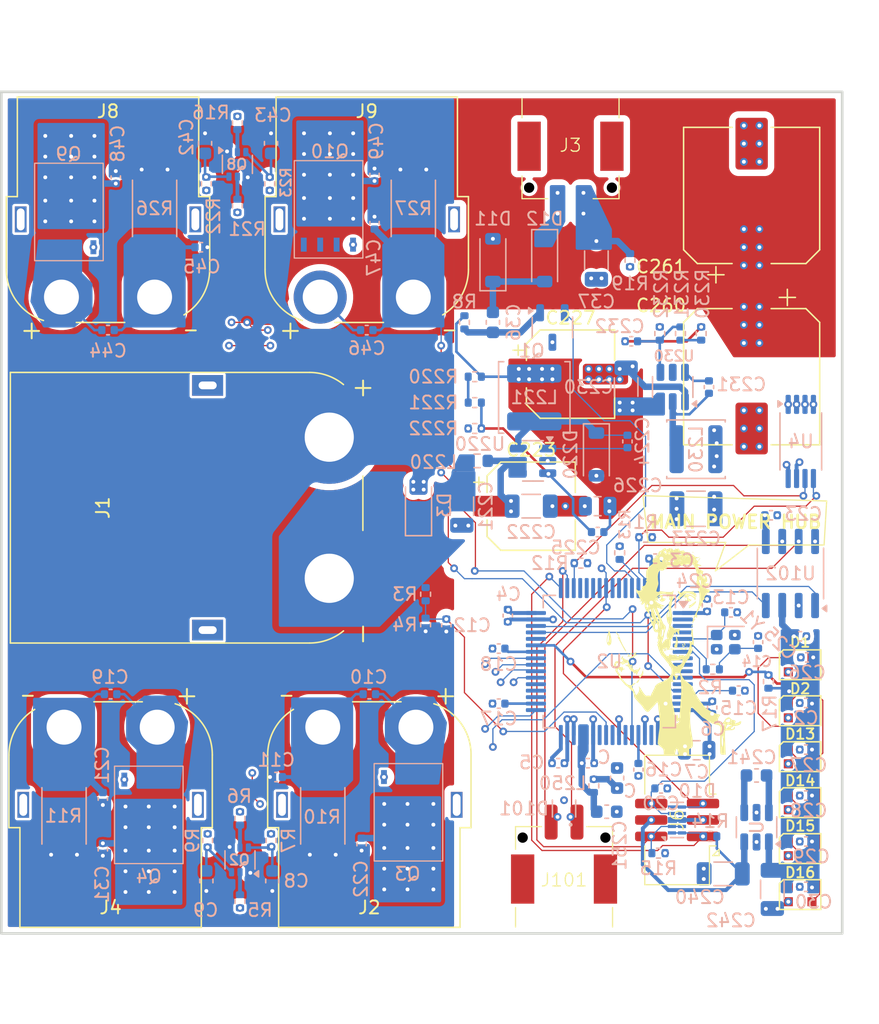
<source format=kicad_pcb>
(kicad_pcb (version 20241229) (generator "pcbnew") (generator_version "9.0")
  (layers (0 "F.Cu" signal) (4 "In1.Cu" power "FGND.Cu") (6 "In2.Cu" power "FPWR.Cu") (8 "In3.Cu" power "BPWR.Cu") (10 "In4.Cu" power "BGND.Cu") (2 "B.Cu" signal) (13 "F.Paste" user) (15 "B.Paste" user) (5 "F.SilkS" user "F.Silkscreen") (7 "B.SilkS" user "B.Silkscreen") (1 "F.Mask" user) (3 "B.Mask" user) (25 "Edge.Cuts" user))
  (net 0 "")
  (net 1 "GND")
  (net 2 "VDDA")
  (net 3 "+5V")
  (net 4 "VDD")
  (net 5 "Net-(Q2A-C1)")
  (net 6 "Net-(Q2B-C2)")
  (net 7 "/Analog Stuff/vsense_p2")
  (net 8 "Net-(J2-Pin_2)")
  (net 9 "/Power/VBUS_{SENSE}")
  (net 10 "Net-(U2A-PF0-osc_in)")
  (net 11 "Net-(C14-Pad2)")
  (net 12 "Net-(U2A-PA2-opamp_vout_0)")
  (net 13 "Net-(U2A-PA6-opamp_vout_1)")
  (net 14 "Net-(U2A-PB12-opamp_vout_2)")
  (net 15 "Net-(U2A-PA8-opamp_vout_3)")
  (net 16 "Net-(J4-Pin_2)")
  (net 17 "/Analog Stuff/vsense_p3")
  (net 18 "/dbg.nrst")
  (net 19 "VBUS")
  (net 20 "Net-(D11-K)")
  (net 21 "Net-(Q1-D)")
  (net 22 "Vdrive")
  (net 23 "Net-(Q8A-C1)")
  (net 24 "Net-(Q10-G)")
  (net 25 "Net-(J8-Pin_2)")
  (net 26 "/Analog Stuff/vsense_p0")
  (net 27 "/Analog Stuff/vsense_p1")
  (net 28 "Net-(J9-Pin_2)")
  (net 29 "/Power/VBUS_{FLT}")
  (net 30 "/Power/12V_{SW}")
  (net 31 "/Power/12V_{BST}")
  (net 32 "+12V")
  (net 33 "/Power/12V_{FB}")
  (net 34 "/Power/3V3_{SW}")
  (net 35 "/Power/3V3_{BST}")
  (net 36 "/Power/3V3_{FB}")
  (net 37 "/Power/CP-")
  (net 38 "/Power/CP+")
  (net 39 "Net-(D1-DIN)")
  (net 40 "Net-(D1-DOUT)")
  (net 41 "Net-(D13-DIN)")
  (net 42 "/dbg.swdio")
  (net 43 "/dbg.swclk")
  (net 44 "/dbg.swo")
  (net 45 "Net-(D12-K)")
  (net 46 "Net-(D13-DOUT)")
  (net 47 "Net-(D14-DOUT)")
  (net 48 "Net-(D15-DOUT)")
  (net 50 "/CANH")
  (net 51 "/CANL")
  (net 52 "/Analog Stuff/clk_in")
  (net 53 "Net-(Q2B-B2)")
  (net 54 "Net-(Q2A-B1)")
  (net 55 "Net-(Q8A-B1)")
  (net 56 "Net-(Q8B-B2)")
  (net 57 "Net-(U2A-PB9-i2c_sda)")
  (net 58 "Net-(U2A-PF1-osc_out)")
  (net 59 "/Analog Stuff/~{chan2}")
  (net 60 "/Analog Stuff/~{chan3}")
  (net 61 "Net-(U2A-PA15-i2c_sclk)")
  (net 62 "Net-(U2A-PB8-boot0)")
  (net 63 "/Analog Stuff/~{chan0}")
  (net 64 "/Analog Stuff/~{chan1}")
  (net 65 "/Power/12V_{FBM}")
  (net 66 "/Power/3V3_{FBM}")
  (net 67 "Net-(U102-RXD)")
  (net 68 "Net-(U102-TXD)")
  (footprint "Connector_AMASS:AMASS_XT60PW-F_1x02_P7.20mm_Horizontal" (layer "F.Cu") (at 111.85 65.85)
    (property "Reference" "J8")
    (property "Value" "XT60F")
  )
  (footprint "Capacitor_SMD:CP_Elec_10x10" (layer "F.Cu") (at 158 58 90)
    (property "Reference" "C261")
    (property "Value" "270u")
  )
  (footprint "LED_SMD:LED_WS2812B-2020_PLCC4_2.0x2.0mm" (layer "F.Cu") (at 161.75 112)
    (property "Reference" "D16")
    (property "Value" "WS2812B-2020")
  )
  (footprint "LED_SMD:LED_WS2812B-2020_PLCC4_2.0x2.0mm" (layer "F.Cu") (at 161.75 97.8)
    (property "Reference" "D2")
    (property "Value" "WS2812B-2020")
  )
  (footprint "Bluesat:GregHouse" (layer "F.Cu") (at 152.24994 92.504904)
    (property "Reference" "G***" (hide yes))
    (property "Value" "LOGO" (hide yes))
  )
  (footprint "Capacitor_SMD:CP_Elec_10x10" (layer "F.Cu") (at 158 72 -90)
    (property "Reference" "C260")
    (property "Value" "270u")
  )
  (footprint "Bluesat:SM02B-PASS" (layer "F.Cu") (at 143.5 115 180)
    (property "Reference" "J101")
    (property "Value" "SM02B-PASS")
  )
  (footprint "LED_SMD:LED_WS2812B-2020_PLCC4_2.0x2.0mm" (layer "F.Cu") (at 161.75 101.35)
    (property "Reference" "D13")
    (property "Value" "WS2812B-2020")
  )
  (footprint "Bluesat:IDC6" (layer "F.Cu") (at 152.240001 106.2375 90)
    (property "Reference" "J6")
    (property "Value" "IDC6")
  )
  (footprint "Capacitor_SMD:CP_Elec_6.3x7.7" (layer "F.Cu") (at 140.96 82)
    (property "Reference" "C223")
    (property "Value" "68u")
  )
  (footprint "Connector_AMASS:AMASS_XT60PW-F_1x02_P7.20mm_Horizontal" (layer "F.Cu") (at 131.85 65.85)
    (property "Reference" "J9")
    (property "Value" "XT60F")
  )
  (footprint "Capacitor_SMD:CP_Elec_6.3x7.7" (layer "F.Cu") (at 144 71.8)
    (property "Reference" "C227")
    (property "Value" "68u")
  )
  (footprint "Connector_AMASS:AMASS_XT60PW-F_1x02_P7.20mm_Horizontal" (layer "F.Cu") (at 124.85 99.070001 180)
    (property "Reference" "J2")
    (property "Value" "XT60F")
  )
  (footprint "LED_SMD:LED_WS2812B-2020_PLCC4_2.0x2.0mm" (layer "F.Cu") (at 161.75 94.25)
    (property "Reference" "D1")
    (property "Value" "WS2812B-2020")
  )
  (footprint "Bluesat:SM02B-PASS" (layer "F.Cu") (at 144 50)
    (property "Reference" "J3")
    (property "Value" "SM02B-PASS")
  )
  (footprint "LED_SMD:LED_WS2812B-2020_PLCC4_2.0x2.0mm" (layer "F.Cu") (at 161.75 104.9)
    (property "Reference" "D14")
    (property "Value" "WS2812B-2020")
  )
  (footprint "LED_SMD:LED_WS2812B-2020_PLCC4_2.0x2.0mm" (layer "F.Cu") (at 161.75 108.45)
    (property "Reference" "D15")
    (property "Value" "WS2812B-2020")
  )
  (footprint "Connector_AMASS:AMASS_XT60PW-F_1x02_P7.20mm_Horizontal" (layer "F.Cu") (at 104.85 99.07 180)
    (property "Reference" "J4")
    (property "Value" "XT60F")
  )
  (footprint "Connector_AMASS:AMASS_XT90PW-M_1x02_P10.90mm_Horizontal" (layer "F.Cu") (at 125.35 87.57 90)
    (property "Reference" "J1")
    (property "Value" "XT90M")
  )
  (footprint "Resistor_SMD:R_0402_1005Metric" (layer "B.Cu") (at 115.85 57.1 90)
    (property "Reference" "R22")
    (property "Value" "470k")
  )
  (footprint "Resistor_SMD:R_0402_1005Metric" (layer "B.Cu") (at 136.6 74)
    (property "Reference" "R221")
    (property "Value" "47k")
  )
  (footprint "Capacitor_SMD:C_0402_1005Metric" (layer "B.Cu") (at 121.25 102.92)
    (property "Reference" "C11")
    (property "Value" "1n")
  )
  (footprint "Resistor_SMD:R_0402_1005Metric" (layer "B.Cu") (at 144.8 86.4 180)
    (property "Reference" "R12")
    (property "Value" "10k")
  )
  (footprint "Diode_SMD:D_SOD-123" (layer "B.Cu") (at 138 63 90)
    (property "Reference" "D11")
    (property "Value" "SBR0560S1-7")
  )
  (footprint "Resistor_SMD:R_0402_1005Metric" (layer "B.Cu") (at 136.6 72 180)
    (property "Reference" "R220")
    (property "Value" "100k")
  )
  (footprint "Capacitor_SMD:C_0603_1608Metric" (layer "B.Cu") (at 120.85 53.975 -90)
    (property "Reference" "C43")
    (property "Value" "100n")
  )
  (footprint "Capacitor_SMD:C_1206_3216Metric" (layer "B.Cu") (at 140.96 82 180)
    (property "Reference" "C222")
    (property "Value" "1u")
  )
  (footprint "Diode_SMD:D_SOD-123" (layer "B.Cu") (at 146 78 -90)
    (property "Reference" "D220")
    (property "Value" "D_Schottky_Small")
  )
  (footprint "Capacitor_SMD:C_0402_1005Metric" (layer "B.Cu") (at 148.7 69.264999 180)
    (property "Reference" "C232")
    (property "Value" "33p")
  )
  (footprint "Resistor_SMD:R_2512_6332Metric" (layer "B.Cu") (at 111.85 59 90)
    (property "Reference" "R26")
    (property "Value" "1m")
  )
  (footprint "Capacitor_SMD:C_1210_3225Metric" (layer "B.Cu") (at 153.7 82.199999)
    (property "Reference" "C233")
    (property "Value" "22u")
  )
  (footprint "Diode_SMD:D_SMF" (layer "B.Cu") (at 132.25 81.92 90)
    (property "Reference" "D3")
    (property "Value" "30V")
  )
  (footprint "Resistor_SMD:R_0402_1005Metric" (layer "B.Cu") (at 147.8 85.6 -90)
    (property "Reference" "R13")
    (property "Value" "10k")
  )
  (footprint "Capacitor_SMD:C_0402_1005Metric" (layer "B.Cu") (at 128.25 68.4 180)
    (property "Reference" "C46")
    (property "Value" "1n")
  )
  (footprint "Resistor_SMD:R_0402_1005Metric" (layer "B.Cu") (at 152.5 68.664999 90)
    (property "Reference" "R231")
    (property "Value" "10k")
  )
  (footprint "Package_SO:TSSOP-8_4.4x3mm_P0.65mm" (layer "B.Cu") (at 161.8 77 -90)
    (property "Reference" "U4")
    (property "Value" "24LC128")
  )
  (footprint "Capacitor_SMD:C_0402_1005Metric" (layer "B.Cu") (at 107.85 104.6 90)
    (property "Reference" "C21")
    (property "Value" "1n")
  )
  (footprint "Capacitor_SMD:C_0402_1005Metric" (layer "B.Cu") (at 107.85 108.52 -90)
    (property "Reference" "C31")
    (property "Value" "1n")
  )
  (footprint "Package_TO_SOT_SMD:SOT-363_SC-70-6" (layer "B.Cu") (at 118.25 55.6 -90)
    (property "Reference" "Q8")
    (property "Value" "Q_Dual_NPN_NPN_E1B1C2E2B2C1")
  )
  (footprint "Resistor_SMD:R_0402_1005Metric" (layer "B.Cu") (at 145.799999 103.6 -90)
    (property "Reference" "L250")
    (property "Value" "600R")
  )
  (footprint "Capacitor_SMD:C_0402_1005Metric" (layer "B.Cu") (at 139.15 90.45 90)
    (property "Reference" "C4")
    (property "Value" "220n")
  )
  (footprint "Capacitor_SMD:C_0402_1005Metric" (layer "B.Cu") (at 138.45 93)
    (property "Reference" "C18")
    (property "Value" "3n3")
  )
  (footprint "Capacitor_SMD:C_0402_1005Metric" (layer "B.Cu") (at 161.75 92.050001 180)
    (property "Reference" "C25")
    (property "Value" "220n")
  )
  (footprint "Capacitor_SMD:C_0402_1005Metric" (layer "B.Cu") (at 146.1 84)
    (property "Reference" "C225")
    (property "Value" "33p")
  )
  (footprint "Package_TO_SOT_SMD:SOT-363_SC-70-6" (layer "B.Cu") (at 118.450001 109.32 90)
    (property "Reference" "Q2")
    (property "Value" "Q_Dual_NPN_NPN_E1B1C2E2B2C1")
  )
  (footprint "Resistor_SMD:R_0402_1005Metric" (layer "B.Cu") (at 154.1 68.664999 -90)
    (property "Reference" "R230")
    (property "Value" "22k")
  )
  (footprint "Resistor_SMD:R_0402_1005Metric" (layer "B.Cu") (at 118.45 106.12 -90)
    (property "Reference" "R6")
    (property "Value" "10k")
  )
  (footprint "Inductor_SMD:L_Changjiang_FNR4020S" (layer "B.Cu") (at 153.7 77.599999)
    (property "Reference" "L230")
    (property "Value" "4u7")
  )
  (footprint "Resistor_SMD:R_0402_1005Metric" (layer "B.Cu") (at 148.6 63 -90)
    (property "Reference" "R19")
    (property "Value" "470k")
  )
  (footprint "Resistor_SMD:R_2512_6332Metric" (layer "B.Cu") (at 104.849999 105.92 -90)
    (property "Reference" "R11")
    (property "Value" "1m")
  )
  (footprint "Capacitor_SMD:C_0402_1005Metric" (layer "B.Cu") (at 148.4 77 90)
    (property "Reference" "C224")
    (property "Value" "100n")
  )
  (footprint "Resistor_SMD:R_0402_1005Metric" (layer "B.Cu") (at 150.8 108.8)
    (property "Reference" "R15")
    (property "Value" "100k")
  )
  (footprint "Package_TO_SOT_SMD:SOT-23-6" (layer "B.Cu") (at 158.38 106.8 90)
    (property "Reference" "U")
    (property "Value" "HX4002")
  )
  (footprint "Capacitor_SMD:C_0402_1005Metric" (layer "B.Cu") (at 128.85 60.12 -90)
    (property "Reference" "C47")
    (property "Value" "1n")
  )
  (footprint "Bluesat:PQFN_5x6mm_E_SGD" (layer "B.Cu") (at 111.4275 106.17 90)
    (property "Reference" "Q4")
    (property "Value" "IRFH7440TRPBF")
  )
  (footprint "Capacitor_SMD:C_0603_1608Metric" (layer "B.Cu") (at 115.750001 53.975 -90)
    (property "Reference" "C42")
    (property "Value" "100n")
  )
  (footprint "Capacitor_SMD:C_0402_1005Metric" (layer "B.Cu") (at 162.2 97.2)
    (property "Reference" "C2")
    (property "Value" "220n")
  )
  (footprint "Capacitor_SMD:C_1206_3216Metric" (layer "B.Cu") (at 148.3 72.799999 -90)
    (property "Reference" "C230")
    (property "Value" "4u7")
  )
  (footprint "Capacitor_SMD:C_1206_3216Metric" (layer "B.Cu") (at 135.6 82 90)
    (property "Reference" "C221")
    (property "Value" "1u")
  )
  (footprint "Capacitor_SMD:C_0402_1005Metric" (layer "B.Cu") (at 145.35 101.85 180)
    (property "Reference" "C")
    (property "Value" "220n")
  )
  (footprint "Capacitor_SMD:C_0603_1608Metric" (layer "B.Cu") (at 158.38 102.8)
    (property "Reference" "C241")
    (property "Value" "2u2")
  )
  (footprint "Resistor_SMD:R_0402_1005Metric" (layer "B.Cu") (at 118.25 58.8 90)
    (property "Reference" "R21")
    (property "Value" "10k")
  )
  (footprint "Resistor_SMD:R_0402_1005Metric" (layer "B.Cu") (at 132.8 88.8 -90)
    (property "Reference" "R3")
    (property "Value" "220k")
  )
  (footprint "Capacitor_SMD:C_0402_1005Metric" (layer "B.Cu") (at 108.85 56.6 90)
    (property "Reference" "C48")
    (property "Value" "1n")
  )
  (footprint "Package_TO_SOT_SMD:TSOT-23-6" (layer "B.Cu") (at 141.1 78.5 180)
    (property "Reference" "U220")
    (property "Value" "MP2459GJ-Z-MS")
  )
  (footprint "Capacitor_SMD:C_0402_1005Metric" (layer "B.Cu") (at 138.45 97.25)
    (property "Reference" "C17")
    (property "Value" "3n3")
  )
  (footprint "Resistor_SMD:R_0402_1005Metric" (layer "B.Cu") (at 132.8 91.155 -90)
    (property "Reference" "R4")
    (property "Value" "10k")
  )
  (footprint "Capacitor_SMD:C_0402_1005Metric" (layer "B.Cu") (at 127.85 108.12 -90)
    (property "Reference" "C22")
    (property "Value" "1n")
  )
  (footprint "Resistor_SMD:R_0402_1005Metric" (layer "B.Cu") (at 155 94.6 180)
    (property "Reference" "R2")
    (property "Value" "470R")
  )
  (footprint "Capacitor_SMD:C_0402_1005Metric" (layer "B.Cu") (at 108.45 96.52)
    (property "Reference" "C19")
    (property "Value" "1n")
  )
  (footprint "Resistor_SMD:R_0402_1005Metric" (layer "B.Cu") (at 118.25 52.4 -90)
    (property "Reference" "R16")
    (property "Value" "10k")
  )
  (footprint "Capacitor_SMD:C_0402_1005Metric" (layer "B.Cu") (at 143.05 101.85 180)
    (property "Reference" "C5")
    (property "Value" "220n")
  )
  (footprint "Capacitor_SMD:C_0603_1608Metric" (layer "B.Cu") (at 138 67.8 90)
    (property "Reference" "C36")
    (property "Value" "100n")
  )
  (footprint "Package_QFP:LQFP-64_10x10mm_P0.5mm" (layer "B.Cu") (at 147 94 180)
    (property "Reference" "U2")
    (property "Value" "STM32G474RBT6")
  )
  (footprint "Resistor_SMD:R_0402_1005Metric" (layer "B.Cu") (at 136.6 76 180)
    (property "Reference" "R222")
    (property "Value" "10k")
  )
  (footprint "Capacitor_SMD:C_0402_1005Metric" (layer "B.Cu") (at 162.2 107.9)
    (property "Reference" "C29")
    (property "Value" "220n")
  )
  (footprint "Bluesat:PQFN_5x6mm_E_SGD" (layer "B.Cu") (at 105.2025 58.95 -90)
    (property "Reference" "Q9")
    (property "Value" "IRFH7440TRPBF")
  )
  (footprint "Capacitor_SMD:C_0402_1005Metric" (layer "B.Cu") (at 154.55 89.65 -90)
    (property "Reference" "C24")
    (property "Value" "220n")
  )
  (footprint "Resistor_SMD:R_0402_1005Metric" (layer "B.Cu") (at 154.8 107.5 180)
    (property "Reference" "R14")
    (property "Value" "100k")
  )
  (footprint "Resistor_SMD:R_0603_1608Metric" (layer "B.Cu") (at 136.775 78.5)
    (property "Reference" "L220")
    (property "Value" "120R")
  )
  (footprint "Resistor_SMD:R_0402_1005Metric" (layer "B.Cu") (at 120.75 57.1 90)
    (property "Reference" "R23")
    (property "Value" "470k")
  )
  (footprint "Capacitor_SMD:C_0402_1005Metric" (layer "B.Cu") (at 151 103.8)
    (property "Reference" "C20")
    (property "Value" "10n")
  )
  (footprint "Capacitor_SMD:C_0402_1005Metric" (layer "B.Cu") (at 158.5 92.5 -90)
    (property "Reference" "C14")
    (property "Value" "10p")
  )
  (footprint "Capacitor_SMD:C_0402_1005Metric" (layer "B.Cu") (at 154.7 72.799999 -90)
    (property "Reference" "C231")
    (property "Value" "220n")
  )
  (footprint "Capacitor_SMD:C_0402_1005Metric" (layer "B.Cu") (at 128.45 96.52)
    (property "Reference" "C10")
    (property "Value" "1n")
  )
  (footprint "Capacitor_SMD:C_0603_1608Metric" (layer "B.Cu") (at 120.949999 110.945 90)
    (property "Reference" "C8")
    (property "Value" "100n")
  )
  (footprint "Capacitor_SMD:C_0402_1005Metric" (layer "B.Cu") (at 128.85 56.4 90)
    (property "Reference" "C49")
    (property "Value" "1n")
  )
  (footprint "Bluesat:PQFN_5x6mm_E_SGD" (layer "B.Cu") (at 125.2725 58.75 -90)
    (property "Reference" "Q10")
    (property "Value" "IRFH7440TRPBF")
  )
  (footprint "Resistor_SMD:R_0402_1005Metric" (layer "B.Cu") (at 118.45 112.52 90)
    (property "Reference" "R5")
    (property "Value" "10k")
  )
  (footprint "Capacitor_SMD:C_0402_1005Metric" (layer "B.Cu") (at 162.2 100.8)
    (property "Reference" "C27")
    (property "Value" "220n")
  )
  (footprint "Capacitor_SMD:C_0402_1005Metric" (layer "B.Cu") (at 162.2 111.4)
    (property "Reference" "C30")
    (property "Value" "220n")
  )
  (footprint "Capacitor_SMD:C_0402_1005Metric" (layer "B.Cu") (at 115.45 62 180)
    (property "Reference" "C45")
    (property "Value" "1n")
  )
  (footprint "Capacitor_SMD:C_0603_1608Metric" (layer "B.Cu") (at 115.85 110.945001 90)
    (property "Reference" "C9")
    (property "Value" "100n")
  )
  (footprint "Inductor_SMD:L_Changjiang_FNR5040S" (layer "B.Cu") (at 141.2 73.6 -90)
    (property "Reference" "L221")
    (property "Value" "15u")
  )
  (footprint "Capacitor_SMD:C_0402_1005Metric" (layer "B.Cu") (at 108.25 68.4 180)
    (property "Reference" "C44")
    (property "Value" "1n")
  )
  (footprint "Crystal:Crystal_SMD_2016-4Pin_2.0x1.6mm" (layer "B.Cu") (at 156 92.5)
    (property "Reference" "Y1")
    (property "Value" "24MHz")
  )
  (footprint "Capacitor_SMD:C_1206_3216Metric" (layer "B.Cu") (at 155.8 110.4)
    (property "Reference" "C240")
    (property "Value" "10u")
  )
  (footprint "Capacitor_SMD:C_0402_1005Metric" (layer "B.Cu") (at 134.4 91.2 90)
    (property "Reference" "C12")
    (property "Value" "10n")
  )
  (footprint "Capacitor_SMD:C_0603_1608Metric" (layer "B.Cu") (at 147.6 103 -90)
    (property "Reference" "C")
    (property "Value" "2u2")
  )
  (footprint "Package_SO:SOIC-8_3.9x4.9mm_P1.27mm" (layer "B.Cu") (at 161 87.2 90)
    (property "Reference" "U102")
    (property "Value" "TCAN1462V")
  )
  (footprint "Capacitor_SMD:C_1206_3216Metric" (layer "B.Cu") (at 146 63 90)
    (property "Reference" "C37")
    (property "Value" "1u")
  )
  (footprint "Resistor_SMD:R_2512_6332Metric" (layer "B.Cu") (at 124.85 105.92 -90)
    (property "Reference" "R10")
    (property "Value" "1m")
  )
  (footprint "Diode_SMD:D_SOD-123" (layer "B.Cu") (at 142 63 -90)
    (property "Reference" "D12")
    (property "Value" "SBR0560S1-7")
  )
  (footprint "Resistor_SMD:R_0402_1005Metric" (layer "B.Cu") (at 135.8 67.8 -90)
    (property "Reference" "R8")
    (property "Value" "100R")
  )
  (footprint "Capacitor_SMD:C_1206_3216Metric" (layer "B.Cu") (at 159.6 111.6 90)
    (property "Reference" "C242")
    (property "Value" "10u")
  )
  (footprint "Capacitor_SMD:C_0402_1005Metric" (layer "B.Cu") (at 159.5 82.7 180)
    (property "Reference" "C23")
    (property "Value" "220n")
  )
  (footprint "Capacitor_SMD:C_0402_1005Metric" (layer "B.Cu") (at 150.55 86.05)
    (property "Reference" "C3")
    (property "Value" "220n")
  )
  (footprint "Capacitor_SMD:C_0402_1005Metric" (layer "B.Cu") (at 154.95 97.55 -90)
    (property "Reference" "C6")
    (property "Value" "220n")
  )
  (footprint "Capacitor_SMD:C_0402_1005Metric" (layer "B.Cu") (at 157 96.25 180)
    (property "Reference" "C15")
    (property "Value" "3n3")
  )
  (footprint "Package_TO_SOT_SMD:SOT-23-3" (layer "B.Cu") (at 142.6 68.2 -90)
    (property "Reference" "Q1")
    (property "Value" "SSM3K333R")
  )
  (footprint "Capacitor_SMD:C_0402_1005Metric" (layer "B.Cu") (at 156.4 90.2 180)
    (property "Reference" "C13")
    (property "Value" "10p")
  )
  (footprint "Resistor_SMD:R_0402_1005Metric" (layer "B.Cu") (at 120.85 107.82 -90)
    (property "Reference" "R7")
    (property "Value" "470k")
  )
  (footprint "Capacitor_SMD:C_0402_1005Metric" (layer "B.Cu") (at 149.25 102.35 90)
    (property "Reference" "C16")
    (property "Value" "3n3")
  )
  (footprint "Resistor_SMD:R_0402_1005Metric" (layer "B.Cu") (at 115.95 107.82 -90)
    (property "Reference" "R9")
    (property "Value" "470k")
  )
  (footprint "Resistor_SMD:R_0402_1005Metric" (layer "B.Cu") (at 159.3 95.55 90)
    (property "Reference" "R17")
    (property "Value" "1k")
  )
  (footprint "Resistor_SMD:R_0402_1005Metric" (layer "B.Cu") (at 150.9 68.664999 90)
    (property "Reference" "R232")
    (property "Value" "10k")
  )
  (footprint "Bluesat:PQFN_5x6mm_E_SGD" (layer "B.Cu") (at 131.4975 105.97 90)
    (property "Reference" "Q3")
    (property "Value" "IRFH7440TRPBF")
  )
  (footprint "Package_TO_SOT_SMD:TSOT-23-6" (layer "B.Cu") (at 151.9 72.799999 90)
    (property "Reference" "U230")
    (property "Value" "AP62200TWU")
  )
  (footprint "Resistor_SMD:R_0402_1005Metric" (layer "B.Cu") (at 149.8 84.4 180)
    (property "Reference" "R1")
    (property "Value" "10k")
  )
  (footprint "Resistor_SMD:R_2512_6332Metric" (layer "B.Cu") (at 131.85 59 90)
    (property "Reference" "R27")
    (property "Value" "1m")
  )
  (footprint "Capacitor_SMD:C_0805_2012Metric" (layer "B.Cu") (at 153.75 100.85)
    (property "Reference" "C7")
    (property "Value" "4u7")
  )
  (footprint "Package_TO_SOT_SMD:SOT-523" (layer "B.Cu") (at 143.5 105.355001 90)
    (property "Reference" "D101")
    (property "Value" "5V")
  )
  (footprint "Capacitor_SMD:C_0402_1005Metric" (layer "B.Cu") (at 162.2 104.35)
    (property "Reference" "C28")
    (property "Value" "220n")
  )
  (footprint "Capacitor_SMD:C_0603_1608Metric" (layer "B.Cu") (at 146.799999 105.600001 180)
    (property "Reference" "C251")
    (property "Value" "2u2")
  )
  (footprint "Package_DFN_QFN:Diodes_UDFN-10_1.0x2.5mm_P0.5mm" (layer "B.Cu") (at 152.2275 106.2375)
    (property "Reference" "D10")
    (property "Value" "D_TVS_Dual_Compact")
  )
  (footprint "Capacitor_SMD:C_0402_1005Metric" (layer "B.Cu") (at 162.28 93.68)
    (property "Reference" "C26")
    (property "Value" "220n")
  )
  (footprint "Capacitor_SMD:C_0805_2012Metric" (layer "B.Cu") (at 146.1 82)
    (property "Reference" "C226")
    (property "Value" "1u")
  )
  (gr_poly (pts (xy 155.2 87) (xy 156 84.8) (xy 150.000002 84.8) (xy 149.598709 81.188368) (xy 163.8 81.6) (xy 163.6 85) (xy 157.8 85)) (stroke (width 0.1)) (fill no) (layer "F.SilkS"))
  (gr_rect (start 100 50) (end 165 115) (stroke (width 0.2)) (fill no) (layer "Edge.Cuts"))
  (gr_text "MAIN POWER HUB" (at 150 83.8 0) (layer "F.SilkS") (effects (font (size 1 1) (thickness 0.2) (bold yes)) (justify left bottom)))
  (via (at 147.8 72.2) (size 0.6) (drill 0.3) (layers "F.Cu" "B.Cu") (net 1))
  (via (at 145.4 72.2) (size 0.6) (drill 0.3) (layers "F.Cu" "B.Cu") (net 1))
  (via (at 107.85 109) (size 0.6) (drill 0.3) (layers "F.Cu" "B.Cu") (net 1))
  (via (at 156.88 90.2) (size 0.6) (drill 0.3) (layers "F.Cu" "B.Cu") (net 1))
  (via (at 143.5 104.710001) (size 0.6) (drill 0.3) (layers "F.Cu" "B.Cu") (net 1))
  (via (at 160.835 112.55) (size 0.6) (drill 0.3) (layers "F.Cu" "B.Cu") (net 1))
  (via (at 157.4 77.4) (size 0.6) (drill 0.3) (layers "F.Cu" "B.Cu") (net 1))
  (via (at 145.1 82) (size 0.6) (drill 0.3) (layers "F.Cu" "B.Cu") (net 1))
  (via (at 151.48 103.8) (size 0.6) (drill 0.3) (layers "F.Cu" "B.Cu") (net 1))
  (via (at 154.240002 106.2375) (size 0.6) (drill 0.3) (layers "F.Cu" "B.Cu") (net 1))
  (via (at 142.6 69.3375) (size 0.6) (drill 0.3) (layers "F.Cu" "B.Cu") (net 1))
  (via (at 150.9 68.155) (size 0.6) (drill 0.3) (layers "F.Cu" "B.Cu") (net 1))
  (via (at 151.309999 108.8) (size 0.6) (drill 0.3) (layers "F.Cu" "B.Cu") (net 1))
  (via (at 103.85 108.92) (size 0.6) (drill 0.3) (layers "F.Cu" "B.Cu") (net 1))
  (via (at 147.75 98.45) (size 0.6) (drill 0.3) (layers "F.Cu" "B.Cu") (net 1))
  (via (at 136.090001 76) (size 0.6) (drill 0.3) (layers "F.Cu" "B.Cu") (net 1))
  (via (at 158.5 92.02) (size 0.6) (drill 0.3) (layers "F.Cu" "B.Cu") (net 1))
  (via (at 145.6 64.4) (size 0.6) (drill 0.3) (layers "F.Cu" "B.Cu") (net 1))
  (via (at 150.07 86.05) (size 0.6) (drill 0.3) (layers "F.Cu" "B.Cu") (net 1))
  (via (at 160.835 94.8) (size 0.6) (drill 0.3) (layers "F.Cu" "B.Cu") (net 1))
  (via (at 160.835 98.35) (size 0.6) (drill 0.3) (layers "F.Cu" "B.Cu") (net 1))
  (via (at 157.4 55.4) (size 0.6) (drill 0.3) (layers "F.Cu" "B.Cu") (net 1))
  (via (at 161.72 104.35) (size 0.6) (drill 0.3) (layers "F.Cu" "B.Cu") (net 1))
  (via (at 142.2375 78.5) (size 0.6) (drill 0.3) (layers "F.Cu" "B.Cu") (net 1))
  (via (at 158.6 54) (size 0.6) (drill 0.3) (layers "F.Cu" "B.Cu") (net 1))
  (via (at 145.75 98.45) (size 0.6) (drill 0.3) (layers "F.Cu" "B.Cu") (net 1))
  (via (at 142.65 90.75) (size 0.6) (drill 0.3) (layers "F.Cu" "B.Cu") (net 1))
  (via (at 161.72 107.9) (size 0.6) (drill 0.3) (layers "F.Cu" "B.Cu") (net 1))
  (via (at 137.97 97.25) (size 0.6) (drill 0.3) (layers "F.Cu" "B.Cu") (net 1))
  (via (at 137.97 93) (size 0.6) (drill 0.3) (layers "F.Cu" "B.Cu") (net 1))
  (via (at 158.38 107.9375) (size 0.6) (drill 0.3) (layers "F.Cu" "B.Cu") (net 1))
  (via (at 161.475 74.1375) (size 0.6) (drill 0.3) (layers "F.Cu" "B.Cu") (net 1))
  (via (at 135.1 83.5) (size 0.6) (drill 0.3) (layers "F.Cu" "B.Cu") (net 1))
  (via (at 161.72 111.4) (size 0.6) (drill 0.3) (layers "F.Cu" "B.Cu") (net 1))
  (via (at 146.4 64.4) (size 0.6) (drill 0.3) (layers "F.Cu" "B.Cu") (net 1))
  (via (at 151.35 97.25) (size 0.6) (drill 0.3) (layers "F.Cu" "B.Cu") (net 1))
  (via (at 157.4 76) (size 0.6) (drill 0.3) (layers "F.Cu" "B.Cu") (net 1))
  (via (at 157.4 54) (size 0.6) (drill 0.3) (layers "F.Cu" "B.Cu") (net 1))
  (via (at 161.8 93.68) (size 0.6) (drill 0.3) (layers "F.Cu" "B.Cu") (net 1))
  (via (at 128.85 59.64) (size 0.6) (drill 0.3) (layers "F.Cu" "B.Cu") (net 1))
  (via (at 120.77 102.92) (size 0.6) (drill 0.3) (layers "F.Cu" "B.Cu") (net 1))
  (via (at 160.825 74.1375) (size 0.6) (drill 0.3) (layers "F.Cu" "B.Cu") (net 1))
  (via (at 125.85 108.92) (size 0.6) (drill 0.3) (layers "F.Cu" "B.Cu") (net 1))
  (via (at 120.85 53.2) (size 0.6) (drill 0.3) (layers "F.Cu" "B.Cu") (net 1))
  (via (at 155.3 93.05) (size 0.6) (drill 0.3) (layers "F.Cu" "B.Cu") (net 1))
  (via (at 149.25 102.83) (size 0.6) (drill 0.3) (layers "F.Cu" "B.Cu") (net 1))
  (via (at 159.1 113.1) (size 0.6) (drill 0.3) (layers "F.Cu" "B.Cu") (net 1))
  (via (at 107.85 105.08) (size 0.6) (drill 0.3) (layers "F.Cu" "B.Cu") (net 1))
  (via (at 147 71.4) (size 0.6) (drill 0.3) (layers "F.Cu" "B.Cu") (net 1))
  (via (at 132.8 91.664999) (size 0.6) (drill 0.3) (layers "F.Cu" "B.Cu") (net 1))
  (via (at 158.6 52.6) (size 0.6) (drill 0.3) (layers "F.Cu" "B.Cu") (net 1))
  (via (at 147.6 102.225) (size 0.6) (drill 0.3) (layers "F.Cu" "B.Cu") (net 1))
  (via (at 162.125 74.1375) (size 0.6) (drill 0.3) (layers "F.Cu" "B.Cu") (net 1))
  (via (at 108.85 56.12) (size 0.6) (drill 0.3) (layers "F.Cu" "B.Cu") (net 1))
  (via (at 160.835 109) (size 0.6) (drill 0.3) (layers "F.Cu" "B.Cu") (net 1))
  (via (at 161.72 97.2) (size 0.6) (drill 0.3) (layers "F.Cu" "B.Cu") (net 1))
  (via (at 105.85 108.92) (size 0.6) (drill 0.3) (layers "F.Cu" "B.Cu") (net 1))
  (via (at 127.85 108.6) (size 0.6) (drill 0.3) (layers "F.Cu" "B.Cu") (net 1))
  (via (at 131.85 80.12) (size 0.6) (drill 0.3) (layers "F.Cu" "B.Cu") (net 1))
  (via (at 157.4 74.6) (size 0.6) (drill 0.3) (layers "F.Cu" "B.Cu") (net 1))
  (via (at 156.7 91.95) (size 0.6) (drill 0.3) (layers "F.Cu" "B.Cu") (net 1))
  (via (at 154.3 110.8) (size 0.6) (drill 0.3) (layers "F.Cu" "B.Cu") (net 1))
  (via (at 162.23 92.05) (size 0.6) (drill 0.3) (layers "F.Cu" "B.Cu") (net 1))
  (via (at 146 79.65) (size 0.6) (drill 0.3) (layers "F.Cu" "B.Cu") (net 1))
  (via (at 148.8 71.2) (size 0.6) (drill 0.3) (layers "F.Cu" "B.Cu") (net 1))
  (via (at 152.2 83) (size 0.6) (drill 0.3) (layers "F.Cu" "B.Cu") (net 1))
  (via (at 115.93 62) (size 0.6) (drill 0.3) (layers "F.Cu" "B.Cu") (net 1))
  (via (at 157.48 96.25) (size 0.6) (drill 0.3) (layers "F.Cu" "B.Cu") (net 1))
  (via (at 136.1 83.5) (size 0.6) (drill 0.3) (layers "F.Cu" "B.Cu") (net 1))
  (via (at 158.6 55.4) (size 0.6) (drill 0.3) (layers "F.Cu" "B.Cu") (net 1))
  (via (at 132.65 80.12) (size 0.6) (drill 0.3) (layers "F.Cu" "B.Cu") (net 1))
  (via (at 152.85 100.55) (size 0.6) (drill 0.3) (layers "F.Cu" "B.Cu") (net 1))
  (via (at 143.6 82) (size 0.6) (drill 0.3) (layers "F.Cu" "B.Cu") (net 1))
  (via (at 146.2 72.2) (size 0.6) (drill 0.3) (layers "F.Cu" "B.Cu") (net 1))
  (via (at 147.8 71.4) (size 0.6) (drill 0.3) (layers "F.Cu" "B.Cu") (net 1))
  (via (at 147 72.2) (size 0.6) (drill 0.3) (layers "F.Cu" "B.Cu") (net 1))
  (via (at 158.6 77.4) (size 0.6) (drill 0.3) (layers "F.Cu" "B.Cu") (net 1))
  (via (at 162.775 74.1375) (size 0.6) (drill 0.3) (layers "F.Cu" "B.Cu") (net 1))
  (via (at 147.8 85.090001) (size 0.6) (drill 0.3) (layers "F.Cu" "B.Cu") (net 1))
  (via (at 146.2 71.4) (size 0.6) (drill 0.3) (layers "F.Cu" "B.Cu") (net 1))
  (via (at 158.6 76) (size 0.6) (drill 0.3) (layers "F.Cu" "B.Cu") (net 1))
  (via (at 110.85 56) (size 0.6) (drill 0.3) (layers "F.Cu" "B.Cu") (net 1))
  (via (at 134.4 91.68) (size 0.6) (drill 0.3) (layers "F.Cu" "B.Cu") (net 1))
  (via (at 161.7 78.6) (size 0.6) (drill 0.3) (layers "F.Cu" "B.Cu") (net 1))
  (via (at 161.72 100.8) (size 0.6) (drill 0.3) (layers "F.Cu" "B.Cu") (net 1))
  (via (at 144.25 98.45) (size 0.6) (drill 0.3) (layers "F.Cu" "B.Cu") (net 1))
  (via (at 142.6 82) (size 0.6) (drill 0.3) (layers "F.Cu" "B.Cu") (net 1))
  (via (at 143.53 101.85) (size 0.6) (drill 0.3) (layers "F.Cu" "B.Cu") (net 1))
  (via (at 161.635 89.675) (size 0.6) (drill 0.3) (layers "F.Cu" "B.Cu") (net 1))
  (via (at 130.85 56) (size 0.6) (drill 0.3) (layers "F.Cu" "B.Cu") (net 1))
  (via (at 145.83 101.85) (size 0.6) (drill 0.3) (layers "F.Cu" "B.Cu") (net 1))
  (via (at 150.75 98.45) (size 0.6) (drill 0.3) (layers "F.Cu" "B.Cu") (net 1))
  (via (at 158.6 74.6) (size 0.6) (drill 0.3) (layers "F.Cu" "B.Cu") (net 1))
  (via (at 147.574999 105.600001) (size 0.6) (drill 0.3) (layers "F.Cu" "B.Cu") (net 1))
  (via (at 131.85 80.72) (size 0.6) (drill 0.3) (layers "F.Cu" "B.Cu") (net 1))
  (via (at 149.75 98.45) (size 0.6) (drill 0.3) (layers "F.Cu" "B.Cu") (net 1))
  (via (at 154.95 97.07) (size 0.6) (drill 0.3) (layers "F.Cu" "B.Cu") (net 1))
  (via (at 117.65 108.32) (size 0.6) (drill 0.3) (layers "F.Cu" "B.Cu") (net 1))
  (via (at 152.2 81.4) (size 0.6) (drill 0.3) (layers "F.Cu" "B.Cu") (net 1))
  (via (at 152.2 82.2) (size 0.6) (drill 0.3) (layers "F.Cu" "B.Cu") (net 1))
  (via (at 115.750001 53.2) (size 0.6) (drill 0.3) (layers "F.Cu" "B.Cu") (net 1))
  (via (at 120.949999 111.72) (size 0.6) (drill 0.3) (layers "F.Cu" "B.Cu") (net 1))
  (via (at 132.65 80.72) (size 0.6) (drill 0.3) (layers "F.Cu" "B.Cu") (net 1))
  (via (at 145.4 71.4) (size 0.6) (drill 0.3) (layers "F.Cu" "B.Cu") (net 1))
  (via (at 112.85 56) (size 0.6) (drill 0.3) (layers "F.Cu" "B.Cu") (net 1))
  (via (at 117.45 54.6) (size 0.6) (drill 0.3) (layers "F.Cu" "B.Cu") (net 1))
  (via (at 160.835 105.45) (size 0.6) (drill 0.3) (layers "F.Cu" "B.Cu") (net 1))
  (via (at 148.6 63.509999) (size 0.6) (drill 0.3) (layers "F.Cu" "B.Cu") (net 1))
  (via (at 132.85 56) (size 0.6) (drill 0.3) (layers "F.Cu" "B.Cu") (net 1))
  (via (at 154.55 89.17) (size 0.6) (drill 0.3) (layers "F.Cu" "B.Cu") (net 1))
  (via (at 128.85 55.92) (size 0.6) (drill 0.3) (layers "F.Cu" "B.Cu") (net 1))
  (via (at 123.85 108.92) (size 0.6) (drill 0.3) (layers "F.Cu" "B.Cu") (net 1))
  (via (at 159.98 82.700001) (size 0.6) (drill 0.3) (layers "F.Cu" "B.Cu") (net 1))
  (via (at 119.25 110.32) (size 0.6) (drill 0.3) (layers "F.Cu" "B.Cu") (net 1))
  (via (at 143.75 98.45) (size 0.6) (drill 0.3) (layers "F.Cu" "B.Cu") (net 1))
  (via (at 119.05 56.6) (size 0.6) (drill 0.3) (layers "F.Cu" "B.Cu") (net 1))
  (via (at 139.15 90.93) (size 0.6) (drill 0.3) (layers "F.Cu" "B.Cu") (net 1))
  (via (at 115.85 111.72) (size 0.6) (drill 0.3) (layers "F.Cu" "B.Cu") (net 1))
  (via (at 160.835 101.9) (size 0.6) (drill 0.3) (layers "F.Cu" "B.Cu") (net 1))
  (via (at 160 113.1) (size 0.6) (drill 0.3) (layers "F.Cu" "B.Cu") (net 1))
  (via (at 154.3 110) (size 0.6) (drill 0.3) (layers "F.Cu" "B.Cu") (net 1))
  (via (at 150.25 89.45) (size 0.6) (drill 0.3) (layers "F.Cu" "B.Cu") (net 1))
  (via (at 152.85 101.15) (size 0.6) (drill 0.3) (layers "F.Cu" "B.Cu") (net 1))
  (via (at 157.4 52.6) (size 0.6) (drill 0.3) (layers "F.Cu" "B.Cu") (net 1))
  (segment (start 143.53 101.85) (end 143.751 101.629) (width 0.3) (layer "B.Cu") (net 1))
  (segment (start 145.75 101.77) (end 145.83 101.85) (width 0.3) (layer "B.Cu") (net 1))
  (segment (start 148.3 71.324998) (end 149.751001 72.775999) (width 0.5) (layer "B.Cu") (net 1))
  (segment (start 150.25 88.325) (end 150.25 89.45) (width 0.3) (layer "B.Cu") (net 1))
  (segment (start 152.675 97.25) (end 151.35 97.25) (width 0.3) (layer "B.Cu") (net 1))
  (segment (start 149.75 99.675) (end 149.75 98.45) (width 0.3) (layer "B.Cu") (net 1))
  (segment (start 152.476 72.775999) (end 152.85 73.149999) (width 0.5) (layer "B.Cu") (net 1))
  (segment (start 147.75 99.675) (end 147.75 98.45) (width 0.3) (layer "B.Cu") (net 1))
  (segment (start 149.751001 72.775999) (end 152.476 72.775999) (width 0.5) (layer "B.Cu") (net 1))
  (segment (start 152.675 97.25) (end 154.77 97.25) (width 0.3) (layer "B.Cu") (net 1))
  (segment (start 141.325 90.75) (end 142.65 90.75) (width 0.3) (layer "B.Cu") (net 1))
  (segment (start 151.877501 106.2375) (end 152.640001 106.2375) (width 0.3) (layer "B.Cu") (net 1))
  (segment (start 152.85 73.149999) (end 152.85 73.937499) (width 0.5) (layer "B.Cu") (net 1))
  (segment (start 154.77 97.25) (end 154.95 97.07) (width 0.3) (layer "B.Cu") (net 1))
  (segment (start 139.33 90.75) (end 139.15 90.93) (width 0.3) (layer "B.Cu") (net 1))
  (segment (start 161.475 79.8625) (end 161.475 78.825) (width 0.3) (layer "B.Cu") (net 1))
  (segment (start 143.75 99.675) (end 143.75 98.45) (width 0.3) (layer "B.Cu") (net 1))
  (segment (start 150.75 99.675) (end 150.75 98.45) (width 0.3) (layer "B.Cu") (net 1))
  (segment (start 161.475 78.825) (end 161.7 78.6) (width 0.3) (layer "B.Cu") (net 1))
  (segment (start 141.325 90.75) (end 139.33 90.75) (width 0.3) (layer "B.Cu") (net 1))
  (segment (start 143.751 101.629) (end 143.751 99.675) (width 0.3) (layer "B.Cu") (net 1))
  (segment (start 145.75 99.675) (end 145.75 98.45) (width 0.3) (layer "B.Cu") (net 1))
  (segment (start 152.640001 106.2375) (end 154.240002 106.2375) (width 0.3) (layer "B.Cu") (net 1))
  (segment (start 150.25 88.325) (end 150.25 86.23) (width 0.3) (layer "B.Cu") (net 1))
  (segment (start 144.25 99.675) (end 144.25 98.45) (width 0.3) (layer "B.Cu") (net 1))
  (segment (start 150.25 86.23) (end 150.07 86.05) (width 0.3) (layer "B.Cu") (net 1))
  (segment (start 145.75 99.675) (end 145.75 101.77) (width 0.3) (layer "B.Cu") (net 1))
  (via (at 144.87 101.85) (size 0.6) (drill 0.3) (layers "F.Cu" "B.Cu") (net 2))
  (segment (start 144.87 103.499999) (end 144.87 101.85) (width 0.5) (layer "B.Cu") (net 2))
  (segment (start 145.48 104.109999) (end 144.87 103.499999) (width 0.5) (layer "B.Cu") (net 2))
  (segment (start 145.799999 104.109999) (end 145.48 104.109999) (width 0.5) (layer "B.Cu") (net 2))
  (segment (start 145.799999 105.375001) (end 146.024999 105.600001) (width 0.5) (layer "B.Cu") (net 2))
  (segment (start 145.799999 104.109999) (end 145.799999 105.375001) (width 0.5) (layer "B.Cu") (net 2))
  (via (at 162.665 104.35) (size 0.6) (drill 0.3) (layers "F.Cu" "B.Cu") (net 3))
  (via (at 162.665 97.25) (size 0.6) (drill 0.3) (layers "F.Cu" "B.Cu") (net 3))
  (via (at 162.665 100.8) (size 0.6) (drill 0.3) (layers "F.Cu" "B.Cu") (net 3))
  (via (at 162.665 111.45) (size 0.6) (drill 0.3) (layers "F.Cu" "B.Cu") (net 3))
  (via (at 162.665 107.9) (size 0.6) (drill 0.3) (layers "F.Cu" "B.Cu") (net 3))
  (via (at 161.27 92.05) (size 0.6) (drill 0.3) (layers "F.Cu" "B.Cu") (net 3))
  (via (at 162.76 93.68) (size 0.6) (drill 0.3) (layers "F.Cu" "B.Cu") (net 3))
  (via (at 160.9 96.3) (size 0.6) (drill 0.3) (layers "F.Cu" "B.Cu") (net 3))
  (segment (start 160.9 96.3) (end 160.9 96.219998) (width 0.2) (layer "B.Cu") (net 3))
  (segment (start 160.9 96.219998) (end 160.740001 96.059999) (width 0.2) (layer "B.Cu") (net 3))
  (segment (start 160.365 89.675) (end 160.365 91.145) (width 0.5) (layer "B.Cu") (net 3))
  (segment (start 159.329999 107.9375) (end 159.329999 109.854998) (width 0.5) (layer "B.Cu") (net 3))
  (segment (start 160.740001 96.059999) (end 159.3 96.059999) (width 0.2) (layer "B.Cu") (net 3))
  (segment (start 159.329999 109.854998) (end 159.6 110.124999) (width 0.5) (layer "B.Cu") (net 3))
  (segment (start 160.365 91.145) (end 161.27 92.05) (width 0.5) (layer "B.Cu") (net 3))
  (segment (start 148.22 69.264999) (end 152.990001 69.264999) (width 0.2) (layer "F.Cu") (net 4))
  (segment (start 152.990001 69.264999) (end 154.1 68.155) (width 0.2) (layer "F.Cu") (net 4))
  (via (at 145.8 103.090001) (size 0.6) (drill 0.3) (layers "F.Cu" "B.Cu") (net 4))
  (via (at 162.905 84.725) (size 0.6) (drill 0.3) (layers "F.Cu" "B.Cu") (net 4))
  (via (at 155.1 78.934999) (size 0.6) (drill 0.3) (layers "F.Cu" "B.Cu") (net 4))
  (via (at 155.300001 78.134999) (size 0.6) (drill 0.3) (layers "F.Cu" "B.Cu") (net 4))
  (via (at 154.55 90.13) (size 0.6) (drill 0.3) (layers "F.Cu" "B.Cu") (net 4))
  (via (at 150.309999 84.4) (size 0.6) (drill 0.3) (layers "F.Cu" "B.Cu") (net 4))
  (via (at 154.95 98.03) (size 0.6) (drill 0.3) (layers "F.Cu" "B.Cu") (net 4))
  (via (at 139.19 90.01) (size 0.6) (drill 0.3) (layers "F.Cu" "B.Cu") (net 4))
  (via (at 154.1 68.155) (size 0.6) (drill 0.3) (layers "F.Cu" "B.Cu") (net 4))
  (via (at 159.02 82.700001) (size 0.6) (drill 0.3) (layers "F.Cu" "B.Cu") (net 4))
  (via (at 155.100001 81.264999) (size 0.6) (drill 0.3) (layers "F.Cu" "B.Cu") (net 4))
  (via (at 160.7 78.8) (size 0.6) (drill 0.3) (layers "F.Cu" "B.Cu") (net 4))
  (via (at 154.75 101.15) (size 0.6) (drill 0.3) (layers "F.Cu" "B.Cu") (net 4))
  (via (at 158.38 105.6625) (size 0.6) (drill 0.3) (layers "F.Cu" "B.Cu") (net 4))
  (via (at 150.24 106.2375) (size 0.6) (drill 0.3) (layers "F.Cu" "B.Cu") (net 4))
  (via (at 155.1 76.134999) (size 0.6) (drill 0.3) (layers "F.Cu" "B.Cu") (net 4))
  (via (at 155.300001 77.134999) (size 0.6) (drill 0.3) (layers "F.Cu" "B.Cu") (net 4))
  (via (at 147.6 103.8) (size 0.6) (drill 0.3) (layers "F.Cu" "B.Cu") (net 4))
  (via (at 155.1 82.264998) (size 0.6) (drill 0.3) (layers "F.Cu" "B.Cu") (net 4))
  (via (at 151.03 86.05) (size 0.6) (drill 0.3) (layers "F.Cu" "B.Cu") (net 4))
  (via (at 145.309999 86.4) (size 0.6) (drill 0.3) (layers "F.Cu" "B.Cu") (net 4))
  (via (at 148.22 69.264999) (size 0.6) (drill 0.3) (layers "F.Cu" "B.Cu") (net 4))
  (via (at 155.1 83.064999) (size 0.6) (drill 0.3) (layers "F.Cu" "B.Cu") (net 4))
  (via (at 154.75 100.55) (size 0.6) (drill 0.3) (layers "F.Cu" "B.Cu") (net 4))
  (via (at 142.57 101.85) (size 0.6) (drill 0.3) (layers "F.Cu" "B.Cu") (net 4))
  (segment (start 159.095 84.725) (end 159.095 82.775) (width 0.5) (layer "B.Cu") (net 4))
  (segment (start 157.430001 110.245) (end 157.275001 110.4) (width 0.5) (layer "B.Cu") (net 4))
  (segment (start 160.824999 78.925) (end 160.7 78.8) (width 0.3) (layer "B.Cu") (net 4))
  (segment (start 142.57 101.85) (end 142.57 101.43) (width 0.3) (layer "B.Cu") (net 4))
  (segment (start 155.31 107.5) (end 155.31 108.434999) (width 0.2) (layer "B.Cu") (net 4))
  (segment (start 139.19 90.01) (end 139.15 89.97) (width 0.3) (layer "B.Cu") (net 4))
  (segment (start 150.75 88.325) (end 150.75 86.33) (width 0.3) (layer "B.Cu") (net 4))
  (segment (start 141.325 90.25) (end 139.43 90.25) (width 0.3) (layer "B.Cu") (net 4))
  (segment (start 154.67 97.75) (end 154.95 98.03) (width 0.3) (layer "B.Cu") (net 4))
  (segment (start 159.095 82.775) (end 159.02 82.7) (width 0.5) (layer "B.Cu") (net 4))
  (segment (start 155.31 108.434999) (end 157.275001 110.4) (width 0.2) (layer "B.Cu") (net 4))
  (segment (start 150.75 86.33) (end 151.03 86.05) (width 0.3) (layer "B.Cu") (net 4))
  (segment (start 150.24 106.2375) (end 149.589001 106.888499) (width 0.3) (layer "B.Cu") (net 4))
  (segment (start 145.8 103.090001) (end 146.915001 103.090001) (width 0.5) (layer "B.Cu") (net 4))
  (segment (start 143.25 100.75) (end 143.25 99.675) (width 0.3) (layer "B.Cu") (net 4))
  (segment (start 146.915001 103.090001) (end 147.6 103.775) (width 0.5) (layer "B.Cu") (net 4))
  (segment (start 152.675 97.75) (end 153.55 97.75) (width 0.3) (layer "B.Cu") (net 4))
  (segment (start 142.57 101.43) (end 143.25 100.75) (width 0.3) (layer "B.Cu") (net 4))
  (segment (start 145.799999 103.090001) (end 145.8 103.090001) (width 0.5) (layer "B.Cu") (net 4))
  (segment (start 154.75 98.95) (end 154.75 100.55) (width 0.3) (layer "B.Cu") (net 4))
  (segment (start 149.589001 106.888499) (end 149.589001 109.689001) (width 0.3) (layer "B.Cu") (net 4))
  (segment (start 139.43 90.25) (end 139.19 90.01) (width 0.3) (layer "B.Cu") (net 4))
  (segment (start 152.675 97.75) (end 154.67 97.75) (width 0.3) (layer "B.Cu") (net 4))
  (segment (start 154.43 90.25) (end 154.55 90.13) (width 0.3) (layer "B.Cu") (net 4))
  (segment (start 149.589001 109.689001) (end 151.551 111.651) (width 0.3) (layer "B.Cu") (net 4))
  (segment (start 151.551 111.651) (end 156.024001 111.651) (width 0.3) (layer "B.Cu") (net 4))
  (segment (start 156.024001 111.651) (end 157.275001 110.4) (width 0.3) (layer "B.Cu") (net 4))
  (segment (start 152.675 90.25) (end 154.43 90.25) (width 0.3) (layer "B.Cu") (net 4))
  (segment (start 153.55 97.75) (end 154.75 98.95) (width 0.3) (layer "B.Cu") (net 4))
  (segment (start 157.430001 107.9375) (end 157.430001 110.245) (width 0.5) (layer "B.Cu") (net 4))
  (segment (start 160.825 79.8625) (end 160.824999 78.925) (width 0.3) (layer "B.Cu") (net 4))
  (via (at 120.89 108.29) (size 0.6) (drill 0.3) (layers "F.Cu" "B.Cu") (net 5))
  (via (at 129.58 102.92) (size 0.6) (drill 0.3) (layers "F.Cu" "B.Cu") (net 5))
  (segment (start 120.949999 108.429998) (end 120.85 108.33) (width 0.2) (layer "B.Cu") (net 5))
  (segment (start 119.1 108.370001) (end 120.809999 108.370001) (width 0.2) (layer "B.Cu") (net 5))
  (segment (start 120.949999 110.17) (end 120.949999 108.429998) (width 0.2) (layer "B.Cu") (net 5))
  (segment (start 120.85 108.33) (end 120.89 108.29) (width 0.2) (layer "B.Cu") (net 5))
  (segment (start 120.809999 108.370001) (end 120.85 108.33) (width 0.2) (layer "B.Cu") (net 5))
  (via (at 115.94 108.34) (size 0.6) (drill 0.3) (layers "F.Cu" "B.Cu") (net 6))
  (via (at 109.51 103.12) (size 0.6) (drill 0.3) (layers "F.Cu" "B.Cu") (net 6))
  (segment (start 117.8 110.27) (end 115.95 108.42) (width 0.2) (layer "B.Cu") (net 6))
  (segment (start 115.94 108.34) (end 115.95 108.329999) (width 0.2) (layer "B.Cu") (net 6))
  (segment (start 115.85 110.17) (end 115.85 108.429999) (width 0.2) (layer "B.Cu") (net 6))
  (segment (start 115.95 108.42) (end 115.95 108.329999) (width 0.2) (layer "B.Cu") (net 6))
  (segment (start 115.85 108.429999) (end 115.94 108.34) (width 0.2) (layer "B.Cu") (net 6))
  (via (at 137.4 99.2) (size 0.6) (drill 0.3) (layers "F.Cu" "B.Cu") (net 7))
  (segment (start 127.97 96.52) (end 127.4 96.52) (width 0.2) (layer "B.Cu") (net 7))
  (segment (start 140.875 98.2) (end 141.325 97.75) (width 0.095) (layer "B.Cu") (net 7))
  (segment (start 138.4 98.2) (end 140.875 98.2) (width 0.095) (layer "B.Cu") (net 7))
  (segment (start 137.4 99.2) (end 138.4 98.2) (width 0.095) (layer "B.Cu") (net 7))
  (segment (start 124.8125 102.92) (end 124.85 102.9575) (width 0.3) (layer "B.Cu") (net 7))
  (segment (start 127.4 96.52) (end 124.85 99.070001) (width 0.2) (layer "B.Cu") (net 7))
  (segment (start 121.73 102.92) (end 124.8125 102.92) (width 0.3) (layer "B.Cu") (net 7))
  (segment (start 128.93 96.52) (end 129.5 96.52) (width 0.2) (layer "B.Cu") (net 8))
  (segment (start 129.5 96.52) (end 132.05 99.07) (width 0.2) (layer "B.Cu") (net 8))
  (segment (start 138.8 99.4) (end 135.8 96.4) (width 0.095) (layer "F.Cu") (net 9))
  (segment (start 135.8 92.12) (end 134.4 90.72) (width 0.095) (layer "F.Cu") (net 9))
  (segment (start 135.8 96.4) (end 135.8 92.12) (width 0.095) (layer "F.Cu") (net 9))
  (via (at 134.4 90.72) (size 0.6) (drill 0.3) (layers "F.Cu" "B.Cu") (net 9))
  (via (at 138.8 99.4) (size 0.6) (drill 0.3) (layers "F.Cu" "B.Cu") (net 9))
  (segment (start 132.8 89.309999) (end 132.8 90.645001) (width 0.095) (layer "B.Cu") (net 9))
  (segment (start 132.845001 90.645001) (end 132.92 90.72) (width 0.095) (layer "B.Cu") (net 9))
  (segment (start 142 99.4) (end 143.4985 97.9015) (width 0.095) (layer "B.Cu") (net 9))
  (segment (start 132.92 90.72) (end 134.4 90.72) (width 0.095) (layer "B.Cu") (net 9))
  (segment (start 132.8 90.645001) (end 132.845001 90.645001) (width 0.095) (layer "B.Cu") (net 9))
  (segment (start 145.977197 97.9015) (end 146.75 98.674303) (width 0.095) (layer "B.Cu") (net 9))
  (segment (start 146.75 98.674303) (end 146.75 99.675) (width 0.095) (layer "B.Cu") (net 9))
  (segment (start 143.4985 97.9015) (end 145.977197 97.9015) (width 0.095) (layer "B.Cu") (net 9))
  (segment (start 138.8 99.4) (end 142 99.4) (width 0.095) (layer "B.Cu") (net 9))
  (segment (start 155.92 90.2) (end 155.92 91.33) (width 0.095) (layer "B.Cu") (net 10))
  (segment (start 155 92.25) (end 155.3 91.95) (width 0.095) (layer "B.Cu") (net 10))
  (segment (start 155.92 91.33) (end 155.3 91.95) (width 0.095) (layer "B.Cu") (net 10))
  (segment (start 152.675 92.25) (end 155 92.25) (width 0.095) (layer "B.Cu") (net 10))
  (segment (start 155.509999 94.5) (end 155.509999 94.090001) (width 0.095) (layer "B.Cu") (net 11))
  (segment (start 156.77 92.98) (end 156.7 93.05) (width 0.095) (layer "B.Cu") (net 11))
  (segment (start 156.55 93.05) (end 156.7 93.05) (width 0.095) (layer "B.Cu") (net 11))
  (segment (start 155.509999 94.090001) (end 156.55 93.05) (width 0.095) (layer "B.Cu") (net 11))
  (segment (start 158.5 92.98) (end 156.77 92.98) (width 0.095) (layer "B.Cu") (net 11))
  (segment (start 153.409578 96.75) (end 152.675 96.75) (width 0.095) (layer "B.Cu") (net 12))
  (segment (start 153.909578 96.25) (end 153.409578 96.75) (width 0.095) (layer "B.Cu") (net 12))
  (segment (start 156.52 96.25) (end 153.909578 96.25) (width 0.095) (layer "B.Cu") (net 12))
  (segment (start 149.25 99.675) (end 149.25 101.87) (width 0.2) (layer "B.Cu") (net 13))
  (segment (start 141.325 97.25) (end 138.93 97.25) (width 0.2) (layer "B.Cu") (net 14))
  (segment (start 139.18 93.25) (end 138.93 93) (width 0.2) (layer "B.Cu") (net 15))
  (segment (start 141.325 93.25) (end 139.18 93.25) (width 0.2) (layer "B.Cu") (net 15))
  (segment (start 109.5 96.52) (end 112.05 99.07) (width 0.2) (layer "B.Cu") (net 16))
  (segment (start 108.93 96.52) (end 109.5 96.52) (width 0.2) (layer "B.Cu") (net 16))
  (via (at 138 100.6) (size 0.6) (drill 0.3) (layers "F.Cu" "B.Cu") (net 17))
  (segment (start 107.4 96.52) (end 104.85 99.07) (width 0.2) (layer "B.Cu") (net 17))
  (segment (start 104.849999 102.9575) (end 106.6875 102.9575) (width 0.5) (layer "B.Cu") (net 17))
  (segment (start 141.904 98.496) (end 138.704 98.496) (width 0.095) (layer "B.Cu") (net 17))
  (segment (start 106.6875 102.9575) (end 107.85 104.12) (width 0.5) (layer "B.Cu") (net 17))
  (segment (start 151.85 95.25) (end 150 93.4) (width 0.095) (layer "B.Cu") (net 17))
  (segment (start 138 99.2) (end 138 100.6) (width 0.095) (layer "B.Cu") (net 17))
  (segment (start 107.97 96.52) (end 107.4 96.52) (width 0.2) (layer "B.Cu") (net 17))
  (segment (start 138.704 98.496) (end 138 99.2) (width 0.095) (layer "B.Cu") (net 17))
  (segment (start 150 93.4) (end 147 93.4) (width 0.095) (layer "B.Cu") (net 17))
  (segment (start 147 93.4) (end 141.904 98.496) (width 0.095) (layer "B.Cu") (net 17))
  (segment (start 152.675 95.25) (end 151.85 95.25) (width 0.095) (layer "B.Cu") (net 17))
  (via (at 150.240001 104.9675) (size 0.6) (drill 0.3) (layers "F.Cu" "B.Cu") (net 18))
  (segment (start 157.8 95.4) (end 158.2 95.8) (width 0.095) (layer "B.Cu") (net 18))
  (segment (start 153.971501 93.771502) (end 153.971501 94.947592) (width 0.095) (layer "B.Cu") (net 18))
  (segment (start 151.010001 105.7375) (end 151.840001 105.7375) (width 0.095) (layer "B.Cu") (net 18))
  (segment (start 153.449999 93.25) (end 153.971501 93.771502) (width 0.095) (layer "B.Cu") (net 18))
  (segment (start 158.2 95.8) (end 158.2 99.4) (width 0.095) (layer "B.Cu") (net 18))
  (segment (start 152.675 93.25) (end 153.449999 93.25) (width 0.095) (layer "B.Cu") (net 18))
  (segment (start 150.240001 104.9675) (end 150.240001 104.079999) (width 0.095) (layer "B.Cu") (net 18))
  (segment (start 151.840001 105.7375) (end 152.614999 105.7375) (width 0.095) (layer "B.Cu") (net 18))
  (segment (start 150.240001 104.9675) (end 151.010001 105.7375) (width 0.095) (layer "B.Cu") (net 18))
  (segment (start 150.240001 104.079999) (end 150.52 103.8) (width 0.095) (layer "B.Cu") (net 18))
  (segment (start 158.2 99.4) (end 154.3585 103.2415) (width 0.095) (layer "B.Cu") (net 18))
  (segment (start 154.423909 95.4) (end 157.8 95.4) (width 0.095) (layer "B.Cu") (net 18))
  (segment (start 153.971501 94.947592) (end 154.423909 95.4) (width 0.095) (layer "B.Cu") (net 18))
  (segment (start 151.0785 103.2415) (end 150.52 103.8) (width 0.095) (layer "B.Cu") (net 18))
  (segment (start 154.3585 103.2415) (end 151.0785 103.2415) (width 0.095) (layer "B.Cu") (net 18))
  (via (at 105.4 58.4) (size 0.6) (drill 0.3) (layers "F.Cu" "B.Cu") (net 19))
  (via (at 107.2 53.4) (size 0.6) (drill 0.3) (layers "F.Cu" "B.Cu") (net 19))
  (via (at 113.4 105.2) (size 0.6) (drill 0.3) (layers "F.Cu" "B.Cu") (net 19))
  (via (at 108.85 57.08) (size 0.6) (drill 0.3) (layers "F.Cu" "B.Cu") (net 19))
  (via (at 133.4 111.6) (size 0.6) (drill 0.3) (layers "F.Cu" "B.Cu") (net 19))
  (via (at 107.2 56.6) (size 0.6) (drill 0.3) (layers "F.Cu" "B.Cu") (net 19))
  (via (at 109.599999 105.2) (size 0.6) (drill 0.3) (layers "F.Cu" "B.Cu") (net 19))
  (via (at 123.4 58.2) (size 0.6) (drill 0.3) (layers "F.Cu" "B.Cu") (net 19))
  (via (at 103.4 55) (size 0.6) (drill 0.3) (layers "F.Cu" "B.Cu") (net 19))
  (via (at 103.4 58.4) (size 0.6) (drill 0.3) (layers "F.Cu" "B.Cu") (net 19))
  (via (at 158.6 62) (size 0.6) (drill 0.3) (layers "F.Cu" "B.Cu") (net 19))
  (via (at 123.4 59.8) (size 0.6) (drill 0.3) (layers "F.Cu" "B.Cu") (net 19))
  (via (at 103.4 60) (size 0.6) (drill 0.3) (layers "F.Cu" "B.Cu") (net 19))
  (via (at 107.2 58.4) (size 0.6) (drill 0.3) (layers "F.Cu" "B.Cu") (net 19))
  (via (at 157.4 69.4) (size 0.6) (drill 0.3) (layers "F.Cu" "B.Cu") (net 19))
  (via (at 129.6 111.6) (size 0.6) (drill 0.3) (layers "F.Cu" "B.Cu") (net 19))
  (via (at 111.400001 108.6) (size 0.6) (drill 0.3) (layers "F.Cu" "B.Cu") (net 19))
  (via (at 127.2 54.8) (size 0.6) (drill 0.3) (layers "F.Cu" "B.Cu") (net 19))
  (via (at 158.6 66.6) (size 0.6) (drill 0.3) (layers "F.Cu" "B.Cu") (net 19))
  (via (at 158.6 60.6) (size 0.6) (drill 0.3) (layers "F.Cu" "B.Cu") (net 19))
  (via (at 129.599999 105) (size 0.6) (drill 0.3) (layers "F.Cu" "B.Cu") (net 19))
  (via (at 107.85 108.04) (size 0.6) (drill 0.3) (layers "F.Cu" "B.Cu") (net 19))
  (via (at 125.4 59.8) (size 0.6) (drill 0.3) (layers "F.Cu" "B.Cu") (net 19))
  (via (at 105.4 56.6) (size 0.6) (drill 0.3) (layers "F.Cu" "B.Cu") (net 19))
  (via (at 127.2 56.4) (size 0.6) (drill 0.3) (layers "F.Cu" "B.Cu") (net 19))
  (via (at 111.4 106.799999) (size 0.6) (drill 0.3) (layers "F.Cu" "B.Cu") (net 19))
  (via (at 113.4 106.8) (size 0.6) (drill 0.3) (layers "F.Cu" "B.Cu") (net 19))
  (via (at 113.4 110.2) (size 0.6) (drill 0.3) (layers "F.Cu" "B.Cu") (net 19))
  (via (at 113.4 108.6) (size 0.6) (drill 0.3) (layers "F.Cu" "B.Cu") (net 19))
  (via (at 133.4 105) (size 0.6) (drill 0.3) (layers "F.Cu" "B.Cu") (net 19))
  (via (at 129.6 106.599999) (size 0.6) (drill 0.3) (layers "F.Cu" "B.Cu") (net 19))
  (via (at 131.4 106.599999) (size 0.6) (drill 0.3) (layers "F.Cu" "B.Cu") (net 19))
  (via (at 125.4 54.8) (size 0.6) (drill 0.3) (layers "F.Cu" "B.Cu") (net 19))
  (via (at 157.4 68) (size 0.6) (drill 0.3) (layers "F.Cu" "B.Cu") (net 19))
  (via (at 125.4 53.2) (size 0.6) (drill 0.3) (layers "F.Cu" "B.Cu") (net 19))
  (via (at 133.4 108.4) (size 0.6) (drill 0.3) (layers "F.Cu" "B.Cu") (net 19))
  (via (at 129.599999 108.4) (size 0.6) (drill 0.3) (layers "F.Cu" "B.Cu") (net 19))
  (via (at 127.2 59.8) (size 0.6) (drill 0.3) (layers "F.Cu" "B.Cu") (net 19))
  (via (at 123.4 54.8) (size 0.6) (drill 0.3) (layers "F.Cu" "B.Cu") (net 19))
  (via (at 109.6 111.8) (size 0.6) (drill 0.3) (layers "F.Cu" "B.Cu") (net 19))
  (via (at 103.4 53.4) (size 0.6) (drill 0.3) (layers "F.Cu" "B.Cu") (net 19))
  (via (at 158.6 63.4) (size 0.6) (drill 0.3) (layers "F.Cu" "B.Cu") (net 19))
  (via (at 157.4 62) (size 0.6) (drill 0.3) (layers "F.Cu" "B.Cu") (net 19))
  (via (at 125.4 58.2) (size 0.6) (drill 0.3) (layers "F.Cu" "B.Cu") (net 19))
  (via (at 103.4 56.6) (size 0.6) (drill 0.3) (layers "F.Cu" "B.Cu") (net 19))
  (via (at 127.2 58.2) (size 0.6) (drill 0.3) (layers "F.Cu" "B.Cu") (net 19))
  (via (at 107.2 55) (size 0.6) (drill 0.3) (layers "F.Cu" "B.Cu") (net 19))
  (via (at 131.400001 105) (size 0.6) (drill 0.3) (layers "F.Cu" "B.Cu") (net 19))
  (via (at 123.4 53.2) (size 0.6) (drill 0.3) (layers "F.Cu" "B.Cu") (net 19))
  (via (at 105.4 55) (size 0.6) (drill 0.3) (layers "F.Cu" "B.Cu") (net 19))
  (via (at 128.85 56.88) (size 0.6) (drill 0.3) (layers "F.Cu" "B.Cu") (net 19))
  (via (at 131.4 111.6) (size 0.6) (drill 0.3) (layers "F.Cu" "B.Cu") (net 19))
  (via (at 138 61.35) (size 0.6) (drill 0.3) (layers "F.Cu" "B.Cu") (net 19))
  (via (at 109.599999 108.6) (size 0.6) (drill 0.3) (layers "F.Cu" "B.Cu") (net 19))
  (via (at 127.2 53.2) (size 0.6) (drill 0.3) (layers "F.Cu" "B.Cu") (net 19))
  (via (at 133.4 110) (size 0.6) (drill 0.3) (layers "F.Cu" "B.Cu") (net 19))
  (via (at 133.4 106.6) (size 0.6) (drill 0.3) (layers "F.Cu" "B.Cu") (net 19))
  (via (at 131.400001 110) (size 0.6) (drill 0.3) (layers "F.Cu" "B.Cu") (net 19))
  (via (at 109.6 106.799999) (size 0.6) (drill 0.3) (layers "F.Cu" "B.Cu") (net 19))
  (via (at 111.400001 110.2) (size 0.6) (drill 0.3) (layers "F.Cu" "B.Cu") (net 19))
  (via (at 105.4 53.4) (size 0.6) (drill 0.3) (layers "F.Cu" "B.Cu") (net 19))
  (via (at 158.6 68) (size 0.6) (drill 0.3) (layers "F.Cu" "B.Cu") (net 19))
  (via (at 123.4 56.4) (size 0.6) (drill 0.3) (layers "F.Cu" "B.Cu") (net 19))
  (via (at 113.4 111.8) (size 0.6) (drill 0.3) (layers "F.Cu" "B.Cu") (net 19))
  (via (at 105.4 60) (size 0.6) (drill 0.3) (layers "F.Cu" "B.Cu") (net 19))
  (via (at 125.4 56.4) (size 0.6) (drill 0.3) (layers "F.Cu" "B.Cu") (net 19))
  (via (at 157.4 66.6) (size 0.6) (drill 0.3) (layers "F.Cu" "B.Cu") (net 19))
  (via (at 158.6 69.4) (size 0.6) (drill 0.3) (layers "F.Cu" "B.Cu") (net 19))
  (via (at 157.4 60.6) (size 0.6) (drill 0.3) (layers "F.Cu" "B.Cu") (net 19))
  (via (at 157.4 63.4) (size 0.6) (drill 0.3) (layers "F.Cu" "B.Cu") (net 19))
  (via (at 111.4 111.8) (size 0.6) (drill 0.3) (layers "F.Cu" "B.Cu") (net 19))
  (via (at 111.400001 105.2) (size 0.6) (drill 0.3) (layers "F.Cu" "B.Cu") (net 19))
  (via (at 129.6 109.999999) (size 0.6) (drill 0.3) (layers "F.Cu" "B.Cu") (net 19))
  (via (at 131.400001 108.4) (size 0.6) (drill 0.3) (layers "F.Cu" "B.Cu") (net 19))
  (via (at 109.6 110.199999) (size 0.6) (drill 0.3) (layers "F.Cu" "B.Cu") (net 19))
  (via (at 107.2 60) (size 0.6) (drill 0.3) (layers "F.Cu" "B.Cu") (net 19))
  (segment (start 130.315 107.64) (end 131.485 106.47) (width 0.5) (layer "B.Cu") (net 19))
  (segment (start 132.079999 87.57) (end 132.8 88.290001) (width 0.095) (layer "B.Cu") (net 19))
  (segment (start 125.35 87.57) (end 132.079999 87.57) (width 0.095) (layer "B.Cu") (net 19))
  (segment (start 128.85 56.88) (end 126.655 56.88) (width 0.5) (layer "B.Cu") (net 19))
  (segment (start 126.655 56.88) (end 125.285 58.25) (width 0.5) (layer "B.Cu") (net 19))
  (segment (start 107.85 108.04) (end 110.045 108.04) (width 0.5) (layer "B.Cu") (net 19))
  (segment (start 106.585 57.08) (end 105.215 58.45) (width 0.5) (layer "B.Cu") (net 19))
  (segment (start 108.85 57.08) (end 106.585 57.08) (width 0.5) (layer "B.Cu") (net 19))
  (segment (start 127.85 107.64) (end 130.315 107.64) (width 0.5) (layer "B.Cu") (net 19))
  (segment (start 110.045 108.04) (end 111.415 106.67) (width 0.5) (layer "B.Cu") (net 19))
  (segment (start 138 64.65) (end 138 67.025) (width 0.5) (layer "B.Cu") (net 20))
  (segment (start 142 64.65) (end 138 64.65) (width 0.5) (layer "B.Cu") (net 20))
  (segment (start 138 68.575) (end 136.065001 68.575) (width 0.5) (layer "B.Cu") (net 21))
  (segment (start 136.065001 68.575) (end 135.8 68.309999) (width 0.5) (layer "B.Cu") (net 21))
  (segment (start 138 68.575) (end 140.137501 68.575) (width 0.5) (layer "B.Cu") (net 21))
  (segment (start 140.137501 68.575) (end 141.650001 67.0625) (width 0.5) (layer "B.Cu") (net 21))
  (segment (start 117.8 67.8) (end 119 67.8) (width 0.095) (layer "F.Cu") (net 22))
  (segment (start 120.6 68.4) (end 119.6 68.4) (width 0.095) (layer "F.Cu") (net 22))
  (segment (start 119.4 102.6) (end 119.4 104.4) (width 0.095) (layer "F.Cu") (net 22))
  (segment (start 119.4 104.4) (end 120 105) (width 0.095) (layer "F.Cu") (net 22))
  (segment (start 119.6 68.4) (end 119 67.8) (width 0.095) (layer "F.Cu") (net 22))
  (via (at 117.8 67.8) (size 0.6) (drill 0.3) (layers "F.Cu" "B.Cu") (net 22))
  (via (at 120.75 57.609999) (size 0.6) (drill 0.3) (layers "F.Cu" "B.Cu") (net 22))
  (via (at 146 61.524999) (size 0.6) (drill 0.3) (layers "F.Cu" "B.Cu") (net 22))
  (via (at 145 59.4) (size 0.6) (drill 0.3) (layers "F.Cu" "B.Cu") (net 22))
  (via (at 120.6 68.4) (size 0.6) (drill 0.3) (layers "F.Cu" "B.Cu") (net 22))
  (via (at 120.85 107.310001) (size 0.6) (drill 0.3) (layers "F.Cu" "B.Cu") (net 22))
  (via (at 120 105) (size 0.6) (drill 0.3) (layers "F.Cu" "B.Cu") (net 22))
  (via (at 119.4 102.6) (size 0.6) (drill 0.3) (layers "F.Cu" "B.Cu") (net 22))
  (via (at 119 67.8) (size 0.6) (drill 0.3) (layers "F.Cu" "B.Cu") (net 22))
  (via (at 145 57.8) (size 0.6) (drill 0.3) (layers "F.Cu" "B.Cu") (net 22))
  (via (at 115.85 57.609999) (size 0.6) (drill 0.3) (layers "F.Cu" "B.Cu") (net 22))
  (via (at 115.95 107.310001) (size 0.6) (drill 0.3) (layers "F.Cu" "B.Cu") (net 22))
  (segment (start 147.634998 61.524999) (end 148.6 62.490001) (width 0.5) (layer "B.Cu") (net 22))
  (segment (start 146 61.524999) (end 147.634998 61.524999) (width 0.5) (layer "B.Cu") (net 22))
  (via (at 107.12 62) (size 0.6) (drill 0.3) (layers "F.Cu" "B.Cu") (net 23))
  (via (at 115.83 56.57) (size 0.6) (drill 0.3) (layers "F.Cu" "B.Cu") (net 23))
  (segment (start 115.890001 56.55) (end 115.85 56.590001) (width 0.2) (layer "B.Cu") (net 23))
  (segment (start 117.6 56.55) (end 115.890001 56.55) (width 0.2) (layer "B.Cu") (net 23))
  (segment (start 115.83 56.57) (end 115.85 56.590001) (width 0.2) (layer "B.Cu") (net 23))
  (segment (start 115.750001 56.490002) (end 115.83 56.57) (width 0.2) (layer "B.Cu") (net 23))
  (segment (start 115.750001 54.75) (end 115.750001 56.490002) (width 0.2) (layer "B.Cu") (net 23))
  (via (at 127.19 61.8) (size 0.6) (drill 0.3) (layers "F.Cu" "B.Cu") (net 24))
  (via (at 120.75 56.590001) (size 0.6) (drill 0.3) (layers "F.Cu" "B.Cu") (net 24))
  (segment (start 120.85 56.490001) (end 120.75 56.590001) (width 0.2) (layer "B.Cu") (net 24))
  (segment (start 120.75 56.5) (end 120.75 56.590001) (width 0.2) (layer "B.Cu") (net 24))
  (segment (start 118.9 54.65) (end 120.75 56.5) (width 0.2) (layer "B.Cu") (net 24))
  (segment (start 120.85 54.75) (end 120.85 56.490001) (width 0.2) (layer "B.Cu") (net 24))
  (segment (start 107.2 68.4) (end 104.65 65.85) (width 0.2) (layer "B.Cu") (net 25))
  (segment (start 107.77 68.4) (end 107.2 68.4) (width 0.2) (layer "B.Cu") (net 25))
  (segment (start 117.6 69.6) (end 120.8 69.6) (width 0.095) (layer "F.Cu") (net 26))
  (segment (start 134 79.4) (end 134.5515 79.9515) (width 0.095) (layer "F.Cu") (net 26))
  (segment (start 134.5515 86.3515) (end 135 86.8) (width 0.095) (layer "F.Cu") (net 26))
  (segment (start 150 94.349999) (end 150 90.4) (width 0.095) (layer "F.Cu") (net 26))
  (segment (start 134.5515 79.9515) (end 134.5515 86.3515) (width 0.095) (layer "F.Cu") (net 26))
  (via (at 150 90.4) (size 0.6) (drill 0.3) (layers "F.Cu" "B.Cu") (net 26))
  (via (at 135 86.8) (size 0.6) (drill 0.3) (layers "F.Cu" "B.Cu") (net 26))
  (via (at 150 94.349999) (size 0.6) (drill 0.3) (layers "F.Cu" "B.Cu") (net 26))
  (via (at 120.8 69.6) (size 0.6) (drill 0.3) (layers "F.Cu" "B.Cu") (net 26))
  (via (at 117.6 69.6) (size 0.6) (drill 0.3) (layers "F.Cu" "B.Cu") (net 26))
  (via (at 134 79.4) (size 0.6) (drill 0.3) (layers "F.Cu" "B.Cu") (net 26))
  (segment (start 136.4 87.6) (end 140.275697 87.6) (width 0.095) (layer "B.Cu") (net 26))
  (segment (start 135.8 87.6) (end 135 86.8) (width 0.095) (layer "B.Cu") (net 26))
  (segment (start 109.3 68.4) (end 111.85 65.85) (width 0.2) (layer "B.Cu") (net 26))
  (segment (start 111.8875 62) (end 111.85 61.9625) (width 0.3) (layer "B.Cu") (net 26))
  (segment (start 143.675697 91) (end 149.4 91) (width 0.095) (layer "B.Cu") (net 26))
  (segment (start 136.4 87.6) (end 135.8 87.6) (width 0.095) (layer "B.Cu") (net 26))
  (segment (start 150 94.349999) (end 151.900001 96.25) (width 0.095) (layer "B.Cu") (net 26))
  (segment (start 149.4 91) (end 150 90.4) (width 0.095) (layer "B.Cu") (net 26))
  (segment (start 140.275697 87.6) (end 143.675697 91) (width 0.095) (layer "B.Cu") (net 26))
  (segment (start 114.97 62) (end 111.8875 62) (width 0.3) (layer "B.Cu") (net 26))
  (segment (start 108.73 68.4) (end 109.3 68.4) (width 0.2) (layer "B.Cu") (net 26))
  (segment (start 151.900001 96.25) (end 152.675 96.25) (width 0.095) (layer "B.Cu") (net 26))
  (segment (start 148.8 89.9485) (end 148.8 94) (width 0.095) (layer "F.Cu") (net 27))
  (segment (start 134 78.2) (end 135.6 79.8) (width 0.095) (layer "F.Cu") (net 27))
  (segment (start 135.6 82.224303) (end 136.6485 83.272803) (width 0.095) (layer "F.Cu") (net 27))
  (segment (start 134 69.6) (end 134 78.2) (width 0.095) (layer "F.Cu") (net 27))
  (segment (start 135.6 79.8) (end 135.6 82.224303) (width 0.095) (layer "F.Cu") (net 27))
  (segment (start 136.6485 86.9515) (end 136.6 87) (width 0.095) (layer "F.Cu") (net 27))
  (segment (start 136.6485 83.272803) (end 136.6485 86.9515) (width 0.095) (layer "F.Cu") (net 27))
  (via (at 136.6 87) (size 0.6) (drill 0.3) (layers "F.Cu" "B.Cu") (net 27))
  (via (at 134 69.6) (size 0.6) (drill 0.3) (layers "F.Cu" "B.Cu") (net 27))
  (via (at 148.8 89.9485) (size 0.6) (drill 0.3) (layers "F.Cu" "B.Cu") (net 27))
  (via (at 148.8 94) (size 0.6) (drill 0.3) (layers "F.Cu" "B.Cu") (net 27))
  (segment (start 134 69.6) (end 134 68) (width 0.095) (layer "B.Cu") (net 27))
  (segment (start 134 68) (end 131.85 65.85) (width 0.095) (layer "B.Cu") (net 27))
  (segment (start 129.3 68.4) (end 131.85 65.85) (width 0.2) (layer "B.Cu") (net 27))
  (segment (start 130.2125 61.9625) (end 128.85 60.6) (width 0.5) (layer "B.Cu") (net 27))
  (segment (start 148.75 94.05) (end 148.75 99.675) (width 0.095) (layer "B.Cu") (net 27))
  (segment (start 148.0445 90.704) (end 144.104 90.704) (width 0.095) (layer "B.Cu") (net 27))
  (segment (start 148.8 89.9485) (end 148.0445 90.704) (width 0.095) (layer "B.Cu") (net 27))
  (segment (start 128.73 68.4) (end 129.3 68.4) (width 0.2) (layer "B.Cu") (net 27))
  (segment (start 131.85 61.9625) (end 130.2125 61.9625) (width 0.5) (layer "B.Cu") (net 27))
  (segment (start 140.4 87) (end 136.6 87) (width 0.095) (layer "B.Cu") (net 27))
  (segment (start 144.104 90.704) (end 140.4 87) (width 0.095) (layer "B.Cu") (net 27))
  (segment (start 148.8 94) (end 148.75 94.05) (width 0.095) (layer "B.Cu") (net 27))
  (segment (start 127.2 68.4) (end 124.65 65.85) (width 0.2) (layer "B.Cu") (net 28))
  (segment (start 127.77 68.4) (end 127.2 68.4) (width 0.2) (layer "B.Cu") (net 28))
  (via (at 139.4 81.6) (size 0.6) (drill 0.3) (layers "F.Cu" "B.Cu") (net 29))
  (via (at 139.4 82.4) (size 0.6) (drill 0.3) (layers "F.Cu" "B.Cu") (net 29))
  (segment (start 139.9625 78.5) (end 139.3959 78.5) (width 0.5) (layer "B.Cu") (net 29))
  (segment (start 139.3959 78.5) (end 138.6 79.2959) (width 0.5) (layer "B.Cu") (net 29))
  (segment (start 138.6 81.115) (end 139.485 82) (width 0.5) (layer "B.Cu") (net 29))
  (segment (start 137.6 78.5) (end 139.9625 78.5) (width 0.5) (layer "B.Cu") (net 29))
  (segment (start 138.6 79.2959) (end 138.6 81.115) (width 0.5) (layer "B.Cu") (net 29))
  (segment (start 145.100001 75.450001) (end 146 76.35) (width 0.5) (layer "B.Cu") (net 30))
  (segment (start 146.17 76.52) (end 146 76.35) (width 0.095) (layer "B.Cu") (net 30))
  (segment (start 139.9625 77.55) (end 139.9625 76.687501) (width 0.5) (layer "B.Cu") (net 30))
  (segment (start 148.4 76.52) (end 146.17 76.52) (width 0.095) (layer "B.Cu") (net 30))
  (segment (start 141.2 75.450001) (end 145.100001 75.450001) (width 0.5) (layer "B.Cu") (net 30))
  (segment (start 139.9625 76.687501) (end 141.2 75.450001) (width 0.5) (layer "B.Cu") (net 30))
  (segment (start 148.33 77.55) (end 148.4 77.48) (width 0.095) (layer "B.Cu") (net 31))
  (segment (start 142.2375 77.55) (end 148.33 77.55) (width 0.095) (layer "B.Cu") (net 31))
  (via (at 142.6 71.4) (size 0.6) (drill 0.3) (layers "F.Cu" "B.Cu") (net 32))
  (via (at 148.8 74) (size 0.6) (drill 0.3) (layers "F.Cu" "B.Cu") (net 32))
  (via (at 141.8 72.2) (size 0.6) (drill 0.3) (layers "F.Cu" "B.Cu") (net 32))
  (via (at 147 81.6) (size 0.6) (drill 0.3) (layers "F.Cu" "B.Cu") (net 32))
  (via (at 142.6 72.2) (size 0.6) (drill 0.3) (layers "F.Cu" "B.Cu") (net 32))
  (via (at 140.8 72.2) (size 0.6) (drill 0.3) (layers "F.Cu" "B.Cu") (net 32))
  (via (at 140 72.2) (size 0.6) (drill 0.3) (layers "F.Cu" "B.Cu") (net 32))
  (via (at 140.8 71.4) (size 0.6) (drill 0.3) (layers "F.Cu" "B.Cu") (net 32))
  (via (at 147.8 74.6) (size 0.6) (drill 0.3) (layers "F.Cu" "B.Cu") (net 32))
  (via (at 141.8 71.4) (size 0.6) (drill 0.3) (layers "F.Cu" "B.Cu") (net 32))
  (via (at 147 82.4) (size 0.6) (drill 0.3) (layers "F.Cu" "B.Cu") (net 32))
  (via (at 147.8 74) (size 0.6) (drill 0.3) (layers "F.Cu" "B.Cu") (net 32))
  (via (at 148.8 74.6) (size 0.6) (drill 0.3) (layers "F.Cu" "B.Cu") (net 32))
  (via (at 140 71.4) (size 0.6) (drill 0.3) (layers "F.Cu" "B.Cu") (net 32))
  (segment (start 135.179 67.911001) (end 135.179 70.069001) (width 0.2) (layer "B.Cu") (net 32))
  (segment (start 140.949999 72) (end 141.2 71.749999) (width 0.2) (layer "B.Cu") (net 32))
  (segment (start 147.049999 82) (end 147.049999 83.530001) (width 0.2) (layer "B.Cu") (net 32))
  (segment (start 137.109999 72) (end 140.949999 72) (width 0.2) (layer "B.Cu") (net 32))
  (segment (start 147.049999 83.530001) (end 146.58 84) (width 0.2) (layer "B.Cu") (net 32))
  (segment (start 135.179 70.069001) (end 137.109999 72) (width 0.2) (layer "B.Cu") (net 32))
  (segment (start 135.8 67.290001) (end 135.179 67.911001) (width 0.2) (layer "B.Cu") (net 32))
  (segment (start 137.109999 76) (end 138.7875 76) (width 0.2) (layer "F.Cu") (net 33))
  (segment (start 138.7875 76) (end 142.29375 79.50625) (width 0.2) (layer "F.Cu") (net 33))
  (via (at 142.29375 79.50625) (size 0.6) (drill 0.3) (layers "F.Cu" "B.Cu") (net 33))
  (via (at 137.109999 76) (size 0.6) (drill 0.3) (layers "F.Cu" "B.Cu") (net 33))
  (segment (start 145.62 84) (end 144.201 82.581) (width 0.2) (layer "B.Cu") (net 33))
  (segment (start 137.109999 74) (end 137.109999 76) (width 0.2) (layer "B.Cu") (net 33))
  (segment (start 144.201 81.4135) (end 142.29375 79.50625) (width 0.2) (layer "B.Cu") (net 33))
  (segment (start 142.29375 79.50625) (end 142.2375 79.45) (width 0.2) (layer "B.Cu") (net 33))
  (segment (start 144.201 82.581) (end 144.201 81.4135) (width 0.2) (layer "B.Cu") (net 33))
  (segment (start 151.9 74.599998) (end 151.9 73.937499) (width 0.2) (layer "B.Cu") (net 34))
  (segment (start 152.2 77.599999) (end 151.9 77.299999) (width 0.5) (layer "B.Cu") (net 34))
  (segment (start 153.190968 74.900999) (end 152.201001 74.900999) (width 0.2) (layer "B.Cu") (net 34))
  (segment (start 154.7 73.279999) (end 154.7 73.391967) (width 0.2) (layer "B.Cu") (net 34))
  (segment (start 154.7 73.391967) (end 153.190968 74.900999) (width 0.2) (layer "B.Cu") (net 34))
  (segment (start 151.9 77.299999) (end 151.9 73.937499) (width 0.5) (layer "B.Cu") (net 34))
  (segment (start 152.201001 74.900999) (end 151.9 74.599998) (width 0.2) (layer "B.Cu") (net 34))
  (segment (start 154.7 72.319999) (end 153.5075 72.319999) (width 0.2) (layer "B.Cu") (net 35))
  (segment (start 153.5075 72.319999) (end 152.85 71.662499) (width 0.2) (layer "B.Cu") (net 35))
  (segment (start 152.5 68.155) (end 151.919998 68.155001) (width 0.2) (layer "B.Cu") (net 36))
  (segment (start 150.809999 69.264999) (end 150.9 69.174999) (width 0.2) (layer "B.Cu") (net 36))
  (segment (start 150.9 69.174999) (end 150.9 71.612499) (width 0.2) (layer "B.Cu") (net 36))
  (segment (start 149.179999 69.264999) (end 150.809999 69.264999) (width 0.2) (layer "B.Cu") (net 36))
  (segment (start 151.919998 68.155001) (end 150.9 69.174999) (width 0.2) (layer "B.Cu") (net 36))
  (segment (start 150.9 71.612499) (end 150.95 71.662499) (width 0.2) (layer "B.Cu") (net 36))
  (segment (start 157.430001 105.6625) (end 157.43 102.975) (width 0.5) (layer "B.Cu") (net 37))
  (segment (start 157.43 102.975) (end 157.605 102.8) (width 0.5) (layer "B.Cu") (net 37))
  (segment (start 159.33 102.975) (end 159.155 102.8) (width 0.5) (layer "B.Cu") (net 38))
  (segment (start 159.329999 105.6625) (end 159.33 102.975) (width 0.5) (layer "B.Cu") (net 38))
  (segment (start 162.665 94.8) (end 161.765 95.7) (width 0.2) (layer "F.Cu") (net 39))
  (segment (start 159.959999 95.7) (end 159.3 95.040001) (width 0.2) (layer "F.Cu") (net 39))
  (segment (start 161.765 95.7) (end 159.959999 95.7) (width 0.2) (layer "F.Cu") (net 39))
  (segment (start 157.4 95.2) (end 145.2 95.2) (width 0.2) (layer "F.Cu") (net 39))
  (segment (start 157.8 94.8) (end 157.4 95.2) (width 0.2) (layer "F.Cu") (net 39))
  (segment (start 145.2 95.2) (end 144 94) (width 0.2) (layer "F.Cu") (net 39))
  (via (at 144 94) (size 0.6) (drill 0.3) (layers "F.Cu" "B.Cu") (net 39))
  (via (at 157.8 94.8) (size 0.6) (drill 0.3) (layers "F.Cu" "B.Cu") (net 39))
  (via (at 159.3 95.040001) (size 0.6) (drill 0.3) (layers "F.Cu" "B.Cu") (net 39))
  (segment (start 141.325 92.75) (end 142.75 92.75) (width 0.2) (layer "B.Cu") (net 39))
  (segment (start 142.75 92.75) (end 144 94) (width 0.2) (layer "B.Cu") (net 39))
  (segment (start 157.8 94.8) (end 159.059999 94.8) (width 0.2) (layer "B.Cu") (net 39))
  (segment (start 159.059999 94.8) (end 159.3 95.040001) (width 0.2) (layer "B.Cu") (net 39))
  (segment (start 158.5 94.5) (end 158.5 98) (width 0.095) (layer "F.Cu") (net 40))
  (segment (start 159.5 99) (end 162.015 99) (width 0.095) (layer "F.Cu") (net 40))
  (segment (start 160.835 93.7) (end 159.3 93.7) (width 0.095) (layer "F.Cu") (net 40))
  (segment (start 159.3 93.7) (end 158.5 94.5) (width 0.095) (layer "F.Cu") (net 40))
  (segment (start 162.015 99) (end 162.665 98.35) (width 0.095) (layer "F.Cu") (net 40))
  (segment (start 158.5 98) (end 159.5 99) (width 0.095) (layer "F.Cu") (net 40))
  (segment (start 160.835 97.25) (end 161.585 96.5) (width 0.095) (layer "F.Cu") (net 41))
  (segment (start 163.5 101.065) (end 162.665 101.9) (width 0.095) (layer "F.Cu") (net 41))
  (segment (start 161.585 96.5) (end 163 96.5) (width 0.095) (layer "F.Cu") (net 41))
  (segment (start 163.5 97) (end 163.5 101.065) (width 0.095) (layer "F.Cu") (net 41))
  (segment (start 163 96.5) (end 163.5 97) (width 0.095) (layer "F.Cu") (net 41))
  (segment (start 153.535876 108.211625) (end 154.240001 107.5075) (width 0.095) (layer "F.Cu") (net 42))
  (segment (start 151.122677 108.211625) (end 153.535876 108.211625) (width 0.095) (layer "F.Cu") (net 42))
  (segment (start 141 88.8) (end 141 107.8) (width 0.095) (layer "F.Cu") (net 42))
  (segment (start 141.7945 108.5945) (end 150.739802 108.5945) (width 0.095) (layer "F.Cu") (net 42))
  (segment (start 150.739802 108.5945) (end 151.122677 108.211625) (width 0.095) (layer "F.Cu") (net 42))
  (segment (start 141 107.8) (end 141.7945 108.5945) (width 0.095) (layer "F.Cu") (net 42))
  (segment (start 142.3625 87.4375) (end 141 88.8) (width 0.095) (layer "F.Cu") (net 42))
  (via (at 154.240001 107.5075) (size 0.6) (drill 0.3) (layers "F.Cu" "B.Cu") (net 42))
  (via (at 142.3625 87.4375) (size 0.6) (drill 0.3) (layers "F.Cu" "B.Cu") (net 42))
  (segment (start 152.615 107.2375) (end 153.970001 107.2375) (width 0.095) (layer "B.Cu") (net 42))
  (segment (start 142.325 87.4) (end 142.2 87.4) (width 0.095) (layer "B.Cu") (net 42))
  (segment (start 142.3625 87.4375) (end 142.325 87.4) (width 0.095) (layer "B.Cu") (net 42))
  (segment (start 153.970001 107.2375) (end 154.240001 107.5075) (width 0.095) (layer "B.Cu") (net 42))
  (segment (start 151.84 107.2375) (end 152.615 107.2375) (width 0.095) (layer "B.Cu") (net 42))
  (segment (start 143.25 88.325) (end 142.3625 87.4375) (width 0.095) (layer "B.Cu") (net 42))
  (segment (start 143.4 90.905695) (end 141.4 92.905695) (width 0.095) (layer "F.Cu") (net 43))
  (segment (start 141.4 92.905695) (end 141.4 107.781392) (width 0.095) (layer "F.Cu") (net 43))
  (segment (start 143.4 87) (end 143.4 90.905695) (width 0.095) (layer "F.Cu") (net 43))
  (segment (start 149.449001 108.2985) (end 150.240001 107.5075) (width 0.095) (layer "F.Cu") (net 43))
  (segment (start 141.917108 108.2985) (end 149.449001 108.2985) (width 0.095) (layer "F.Cu") (net 43))
  (segment (start 141.4 107.781392) (end 141.917108 108.2985) (width 0.095) (layer "F.Cu") (net 43))
  (via (at 143.4 87) (size 0.6) (drill 0.3) (layers "F.Cu" "B.Cu") (net 43))
  (via (at 150.240001 107.5075) (size 0.6) (drill 0.3) (layers "F.Cu" "B.Cu") (net 43))
  (segment (start 152.614999 106.7375) (end 151.840001 106.7375) (width 0.095) (layer "B.Cu") (net 43))
  (segment (start 143.75 87.35) (end 143.4 87) (width 0.095) (layer "B.Cu") (net 43))
  (segment (start 151.840001 106.7375) (end 151.010001 106.7375) (width 0.095) (layer "B.Cu") (net 43))
  (segment (start 151.010001 106.7375) (end 150.240001 107.5075) (width 0.095) (layer "B.Cu") (net 43))
  (segment (start 150.240001 107.5075) (end 150.240001 108.75) (width 0.095) (layer "B.Cu") (net 43))
  (segment (start 143.75 88.325) (end 143.75 87.35) (width 0.095) (layer "B.Cu") (net 43))
  (segment (start 150.240001 108.75) (end 150.290001 108.8) (width 0.095) (layer "B.Cu") (net 43))
  (segment (start 154.240001 104.9675) (end 153.491803 104.9675) (width 0.095) (layer "F.Cu") (net 44))
  (segment (start 153.491803 104.9675) (end 143.4515 94.927197) (width 0.095) (layer "F.Cu") (net 44))
  (segment (start 143.4515 93.1485) (end 146.8 89.8) (width 0.095) (layer "F.Cu") (net 44))
  (segment (start 143.4515 94.927197) (end 143.4515 93.2) (width 0.095) (layer "F.Cu") (net 44))
  (segment (start 143.4515 93.2) (end 143.4515 93.1485) (width 0.095) (layer "F.Cu") (net 44))
  (via (at 146.4 86.8) (size 0.6) (drill 0.3) (layers "F.Cu" "B.Cu") (net 44))
  (via (at 146.8 89.8) (size 0.6) (drill 0.3) (layers "F.Cu" "B.Cu") (net 44))
  (via (at 154.240001 104.9675) (size 0.6) (drill 0.3) (layers "F.Cu" "B.Cu") (net 44))
  (segment (start 152.615 105.2375) (end 153.970001 105.2375) (width 0.095) (layer "B.Cu") (net 44))
  (segment (start 146.75 88.325) (end 146.75 89.75) (width 0.095) (layer "B.Cu") (net 44))
  (segment (start 153.970001 105.2375) (end 154.240001 104.9675) (width 0.095) (layer "B.Cu") (net 44))
  (segment (start 146.75 87.15) (end 146.4 86.8) (width 0.095) (layer "B.Cu") (net 44))
  (segment (start 146.75 88.325) (end 146.75 87.15) (width 0.095) (layer "B.Cu") (net 44))
  (segment (start 151.84 105.2375) (end 152.615 105.2375) (width 0.095) (layer "B.Cu") (net 44))
  (segment (start 146.75 89.75) (end 146.8 89.8) (width 0.095) (layer "B.Cu") (net 44))
  (via (at 143 59.4) (size 0.6) (drill 0.3) (layers "F.Cu" "B.Cu") (net 45))
  (via (at 143 57.8) (size 0.6) (drill 0.3) (layers "F.Cu" "B.Cu") (net 45))
  (segment (start 163.2635 103.7515) (end 163.2635 104.8515) (width 0.095) (layer "F.Cu") (net 46))
  (segment (start 161.856 101.821) (end 161.856 102.344) (width 0.095) (layer "F.Cu") (net 46))
  (segment (start 163.2635 104.8515) (end 162.665 105.45) (width 0.095) (layer "F.Cu") (net 46))
  (segment (start 161.856 102.344) (end 163.2635 103.7515) (width 0.095) (layer "F.Cu") (net 46))
  (segment (start 160.835 100.8) (end 161.856 101.821) (width 0.095) (layer "F.Cu") (net 46))
  (segment (start 161.8 105.838) (end 163.2635 107.3015) (width 0.095) (layer "F.Cu") (net 47))
  (segment (start 163.2635 108.4015) (end 162.665 109) (width 0.095) (layer "F.Cu") (net 47))
  (segment (start 161.8 105.315) (end 161.8 105.838) (width 0.095) (layer "F.Cu") (net 47))
  (segment (start 160.835 104.35) (end 161.8 105.315) (width 0.095) (layer "F.Cu") (net 47))
  (segment (start 163.2635 107.3015) (end 163.2635 108.4015) (width 0.095) (layer "F.Cu") (net 47))
  (segment (start 163.2635 111.9515) (end 162.665 112.55) (width 0.095) (layer "F.Cu") (net 48))
  (segment (start 160.835 107.9) (end 161.8 108.865) (width 0.095) (layer "F.Cu") (net 48))
  (segment (start 161.8 109.388) (end 163.2635 110.8515) (width 0.095) (layer "F.Cu") (net 48))
  (segment (start 163.2635 110.8515) (end 163.2635 111.9515) (width 0.095) (layer "F.Cu") (net 48))
  (segment (start 161.8 108.865) (end 161.8 109.388) (width 0.095) (layer "F.Cu") (net 48))
  (segment (start 142.8 99.01713) (end 142.8 92.8) (width 0.095) (layer "F.Cu") (net 50))
  (segment (start 142.8 92.8) (end 148.8 86.8) (width 0.095) (layer "F.Cu") (net 50))
  (segment (start 159.56 86.8) (end 161.635 84.725) (width 0.095) (layer "F.Cu") (net 50))
  (segment (start 148.8 86.8) (end 159.56 86.8) (width 0.095) (layer "F.Cu") (net 50))
  (segment (start 144.0785 100.29563) (end 142.8 99.01713) (width 0.095) (layer "F.Cu") (net 50))
  (segment (start 144.0785 105.9215) (end 144.0785 100.29563) (width 0.095) (layer "F.Cu") (net 50))
  (segment (start 144 106) (end 144.0785 105.9215) (width 0.095) (layer "F.Cu") (net 50))
  (via (at 161.635 84.725) (size 0.6) (drill 0.3) (layers "F.Cu" "B.Cu") (net 50))
  (via (at 144 106) (size 0.6) (drill 0.3) (layers "F.Cu" "B.Cu") (net 50))
  (segment (start 142.0215 105.0215) (end 142.0215 92.702803) (width 0.095) (layer "F.Cu") (net 51))
  (segment (start 149.699304 85.024999) (end 160.065001 85.024999) (width 0.095) (layer "F.Cu") (net 51))
  (segment (start 142.0215 92.702803) (end 149.699304 85.024999) (width 0.095) (layer "F.Cu") (net 51))
  (segment (start 160.065001 85.024999) (end 160.365 84.725) (width 0.095) (layer "F.Cu") (net 51))
  (segment (start 143 106) (end 142.0215 105.0215) (width 0.095) (layer "F.Cu") (net 51))
  (via (at 143 106) (size 0.6) (drill 0.3) (layers "F.Cu" "B.Cu") (net 51))
  (via (at 160.365 84.725) (size 0.6) (drill 0.3) (layers "F.Cu" "B.Cu") (net 51))
  (segment (start 148.75 87.550001) (end 148.199999 87) (width 0.095) (layer "B.Cu") (net 52))
  (segment (start 149.8 76.6) (end 148.6 75.4) (width 0.095) (layer "B.Cu") (net 52))
  (segment (start 148.6 75.4) (end 146.6 75.4) (width 0.095) (layer "B.Cu") (net 52))
  (segment (start 148.75 88.325) (end 148.75 87.550001) (width 0.095) (layer "B.Cu") (net 52))
  (segment (start 146.6 75.4) (end 144.2 73) (width 0.095) (layer "B.Cu") (net 52))
  (segment (start 147.4 87) (end 146.8 86.4) (width 0.095) (layer "B.Cu") (net 52))
  (segment (start 146.8 86.4) (end 146.8 85) (width 0.095) (layer "B.Cu") (net 52))
  (segment (start 149.8 82) (end 149.8 76.6) (width 0.095) (layer "B.Cu") (net 52))
  (segment (start 146.8 85) (end 149.8 82) (width 0.095) (layer "B.Cu") (net 52))
  (segment (start 144.2 73) (end 144.2 67.712501) (width 0.095) (layer "B.Cu") (net 52))
  (segment (start 144.2 67.712501) (end 143.549999 67.0625) (width 0.095) (layer "B.Cu") (net 52))
  (segment (start 148.199999 87) (end 147.4 87) (width 0.095) (layer "B.Cu") (net 52))
  (segment (start 118.45 108.370001) (end 118.45 106.63) (width 0.3) (layer "B.Cu") (net 53))
  (segment (start 118.45 110.269999) (end 118.450001 112.010001) (width 0.3) (layer "B.Cu") (net 54))
  (segment (start 118.25 54.650001) (end 118.25 52.909999) (width 0.3) (layer "B.Cu") (net 55))
  (segment (start 118.25 56.549999) (end 118.25 58.290001) (width 0.3) (layer "B.Cu") (net 56))
  (segment (start 151.6 84.4) (end 155.8 84.4) (width 0.095) (layer "F.Cu") (net 57))
  (segment (start 162.2 82) (end 163 81.2) (width 0.095) (layer "F.Cu") (net 57))
  (segment (start 151.0515 83.8515) (end 151.6 84.4) (width 0.095) (layer "F.Cu") (net 57))
  (segment (start 149.290001 84.4) (end 149.838501 83.8515) (width 0.095) (layer "F.Cu") (net 57))
  (segment (start 158.2 82) (end 162.2 82) (width 0.095) (layer "F.Cu") (net 57))
  (segment (start 155.8 84.4) (end 158.2 82) (width 0.095) (layer "F.Cu") (net 57))
  (segment (start 149.838501 83.8515) (end 151.0515 83.8515) (width 0.095) (layer "F.Cu") (net 57))
  (via (at 163 81.2) (size 0.6) (drill 0.3) (layers "F.Cu" "B.Cu") (net 57))
  (via (at 149.290001 84.4) (size 0.6) (drill 0.3) (layers "F.Cu" "B.Cu") (net 57))
  (segment (start 149.290001 87.130423) (end 149.75 87.590422) (width 0.095) (layer "B.Cu") (net 57))
  (segment (start 149.290001 84.4) (end 149.290001 87.130423) (width 0.095) (layer "B.Cu") (net 57))
  (segment (start 162.775 79.8625) (end 162.775 80.975) (width 0.095) (layer "B.Cu") (net 57))
  (segment (start 162.775 80.975) (end 163 81.2) (width 0.095) (layer "B.Cu") (net 57))
  (segment (start 149.75 87.590422) (end 149.75 88.325) (width 0.095) (layer "B.Cu") (net 57))
  (segment (start 154.490001 93.790002) (end 154.490001 94.5) (width 0.095) (layer "B.Cu") (net 58))
  (segment (start 152.675 92.75) (end 153.449999 92.75) (width 0.095) (layer "B.Cu") (net 58))
  (segment (start 153.449999 92.75) (end 154.490001 93.790002) (width 0.095) (layer "B.Cu") (net 58))
  (via (at 138.6 95.6) (size 0.6) (drill 0.3) (layers "F.Cu" "B.Cu") (net 59))
  (via (at 118.45 113.029999) (size 0.6) (drill 0.3) (layers "F.Cu" "B.Cu") (net 59))
  (segment (start 141.325 94.75) (end 141.2235 94.6485) (width 0.095) (layer "B.Cu") (net 59))
  (segment (start 139.5515 94.6485) (end 138.6 95.6) (width 0.095) (layer "B.Cu") (net 59))
  (segment (start 141.2235 94.6485) (end 139.5515 94.6485) (width 0.095) (layer "B.Cu") (net 59))
  (via (at 118.45 105.6) (size 0.6) (drill 0.3) (layers "F.Cu" "B.Cu") (net 60))
  (via (at 139.6 95.6) (size 0.6) (drill 0.3) (layers "F.Cu" "B.Cu") (net 60))
  (segment (start 141.325 95.25) (end 139.95 95.25) (width 0.095) (layer "B.Cu") (net 60))
  (segment (start 139.95 95.25) (end 139.6 95.6) (width 0.095) (layer "B.Cu") (net 60))
  (segment (start 118.45 105.6) (end 118.45 105.610001) (width 0.095) (layer "B.Cu") (net 60))
  (segment (start 144.290001 86.4) (end 150.290001 80.4) (width 0.095) (layer "F.Cu") (net 61))
  (segment (start 162 81.2) (end 157.4 81.2) (width 0.095) (layer "F.Cu") (net 61))
  (segment (start 157.4 81.2) (end 156.6 80.4) (width 0.095) (layer "F.Cu") (net 61))
  (segment (start 150.290001 80.4) (end 156.6 80.4) (width 0.095) (layer "F.Cu") (net 61))
  (via (at 162 81.2) (size 0.6) (drill 0.3) (layers "F.Cu" "B.Cu") (net 61))
  (via (at 144.290001 86.4) (size 0.6) (drill 0.3) (layers "F.Cu" "B.Cu") (net 61))
  (segment (start 162.125 81.075) (end 162 81.2) (width 0.095) (layer "B.Cu") (net 61))
  (segment (start 144.290001 88.284999) (end 144.25 88.325) (width 0.095) (layer "B.Cu") (net 61))
  (segment (start 144.290001 86.4) (end 144.290001 88.284999) (width 0.095) (layer "B.Cu") (net 61))
  (segment (start 162.125 79.8625) (end 162.125 81.075) (width 0.095) (layer "B.Cu") (net 61))
  (segment (start 149.25 88.325) (end 149.25 87.550001) (width 0.095) (layer "B.Cu") (net 62))
  (segment (start 149.25 87.550001) (end 147.809998 86.109999) (width 0.095) (layer "B.Cu") (net 62))
  (segment (start 147.809998 86.109999) (end 147.8 86.109999) (width 0.095) (layer "B.Cu") (net 62))
  (via (at 137.4 94.2) (size 0.6) (drill 0.3) (layers "F.Cu" "B.Cu") (net 63))
  (via (at 118.25 51.890001) (size 0.6) (drill 0.3) (layers "F.Cu" "B.Cu") (net 63))
  (segment (start 137.85 93.75) (end 137.4 94.2) (width 0.095) (layer "B.Cu") (net 63))
  (segment (start 141.325 93.75) (end 137.85 93.75) (width 0.095) (layer "B.Cu") (net 63))
  (via (at 138.2 94.8) (size 0.6) (drill 0.3) (layers "F.Cu" "B.Cu") (net 64))
  (via (at 118.25 59.309999) (size 0.6) (drill 0.3) (layers "F.Cu" "B.Cu") (net 64))
  (segment (start 138.75 94.25) (end 138.2 94.8) (width 0.095) (layer "B.Cu") (net 64))
  (segment (start 141.325 94.25) (end 138.75 94.25) (width 0.095) (layer "B.Cu") (net 64))
  (segment (start 136.090001 74) (end 136.090001 72) (width 0.2) (layer "B.Cu") (net 65))
  (segment (start 152.5 69.174999) (end 154.1 69.174998) (width 0.2) (layer "B.Cu") (net 66))
  (segment (start 152.9785 88.6215) (end 158.0415 88.6215) (width 0.095) (layer "B.Cu") (net 67))
  (segment (start 149.85 91.75) (end 152.9785 88.6215) (width 0.095) (layer "B.Cu") (net 67))
  (segment (start 158.0415 88.6215) (end 159.095 89.675) (width 0.095) (layer "B.Cu") (net 67))
  (segment (start 141.325 91.75) (end 149.85 91.75) (width 0.095) (layer "B.Cu") (net 67))
  (segment (start 162.905 88.700001) (end 162.905 89.675) (width 0.095) (layer "B.Cu") (net 68))
  (segment (start 149.882892 91.2985) (end 152.981392 88.2) (width 0.095) (layer "B.Cu") (net 68))
  (segment (start 152.981392 88.2) (end 162.404999 88.2) (width 0.095) (layer "B.Cu") (net 68))
  (segment (start 141.3735 91.2985) (end 149.882892 91.2985) (width 0.095) (layer "B.Cu") (net 68))
  (segment (start 162.404999 88.2) (end 162.905 88.700001) (width 0.095) (layer "B.Cu") (net 68))
  (segment (start 141.325 91.25) (end 141.3735 91.2985) (width 0.095) (layer "B.Cu") (net 68))
  (zone (net 32) (net_name "+12V") (layer "F.Cu") (priority 13) (connect_pads yes (clearance 0.3)) (min_thickness 0.25) (fill yes (thermal_gap 0.5) (thermal_bridge_width 0.5))
    (polygon (pts (xy 144.4 70.6) (xy 143.6 70.6) (xy 139.2 70.6) (xy 139.2 74.4) (xy 146.2 81.4) (xy 146.2 83) (xy 149.6 83) (xy 149.6 70.6)))
  )
  (zone (net 28) (net_name "Net-(J9-Pin_2)") (layer "F.Cu") (priority 4) (connect_pads yes (clearance 0.3)) (min_thickness 0.25) (fill (thermal_gap 0.5) (thermal_bridge_width 0.5))
    (polygon (pts (xy 122.25 66) (xy 121.65 61.2) (xy 118.25 61.2) (xy 118.25 63.8) (xy 117.45 64.6) (xy 117.45 66.8) (xy 118.85 68) (xy 121.25 68)))
  )
  (zone (net 19) (net_name "VBUS") (layers "F.Cu" "In2.Cu") (priority 1) (connect_pads yes (clearance 0.5)) (min_thickness 0.25) (fill yes (thermal_gap 0.5) (thermal_bridge_width 0.5))
    (polygon (pts (xy 156.6 70.5) (xy 165 70.5) (xy 165 50) (xy 135 50) (xy 135 66.8) (xy 139.8 66.8) (xy 142.2 66.8) (xy 154.2 66.8) (xy 156.6 70.511625)))
  )
  (zone (net 19) (net_name "VBUS") (layers "F.Cu" "In2.Cu") (connect_pads yes (clearance 0.5)) (min_thickness 0.25) (fill yes (thermal_gap 0.5) (thermal_bridge_width 0.5))
    (polygon (pts (xy 100 115) (xy 100 50) (xy 135 50) (xy 135 115)))
  )
  (zone (net 19) (net_name "VBUS") (layer "B.Cu") (priority 7) (connect_pads yes (clearance 0.2)) (min_thickness 0.25) (fill yes (thermal_gap 0.5) (thermal_bridge_width 0.5))
    (polygon (pts (xy 134.6 81.4) (xy 134.6 79.8) (xy 135.4 78) (xy 136.6 78) (xy 136.6 81.4)))
  )
  (zone (net 22) (net_name "Vdrive") (layer "B.Cu") (priority 6) (connect_pads yes (clearance 0.5)) (min_thickness 0.25) (fill yes (thermal_gap 0.5) (thermal_bridge_width 0.5))
    (polygon (pts (xy 144.4 62.2) (xy 144.4 57.2) (xy 145.6 57.2) (xy 147.2 60.6) (xy 147.2 62.2)))
  )
  (zone (net 2) (net_name "VDDA") (layer "B.Cu") (priority 2) (connect_pads yes (clearance 0.2)) (min_thickness 0.25) (fill yes (thermal_gap 0.5) (thermal_bridge_width 0.5))
    (polygon (pts (xy 145.55 98.85) (xy 145.55 100.65) (xy 145.15 101.45) (xy 145.15 102.25) (xy 144.55 102.25) (xy 144.55 98.85)))
  )
  (zone (net 16) (net_name "Net-(J4-Pin_2)") (layer "B.Cu") (priority 4) (connect_pads yes (clearance 0.5)) (min_thickness 0.25) (fill yes (thermal_gap 0.5) (thermal_bridge_width 0.5))
    (polygon (pts (xy 114.45 98.628636) (xy 113.799999 103.828636) (xy 110.45 103.828636) (xy 110.45 100.828636) (xy 109.65 100.028636) (xy 109.65 97.828636) (xy 111.049999 96.628636) (xy 113.45 96.628636)))
  )
  (zone (net 1) (net_name "GND") (layer "B.Cu") (connect_pads yes (clearance 0.1)) (min_thickness 0.25) (fill yes (thermal_gap 0.5) (thermal_bridge_width 0.5))
    (polygon (pts (xy 100 115) (xy 100 50) (xy 135 50) (xy 135 115)))
  )
  (zone (net 29) (net_name "/Power/VBUS_{FLT}") (layer "B.Cu") (priority 9) (connect_pads yes (clearance 0.3)) (min_thickness 0.25) (fill yes (thermal_gap 0.5) (thermal_bridge_width 0.5))
    (polygon (pts (xy 140.6 79.8) (xy 140.6 78.2) (xy 139.2 78.2) (xy 139.2 79.8)))
  )
  (zone (net 26) (net_name "/Analog Stuff/vsense_p0") (layer "B.Cu") (priority 3) (connect_pads yes (clearance 0.5)) (min_thickness 0.25) (fill yes (thermal_gap 0.5) (thermal_bridge_width 0.5))
    (polygon (pts (xy 109.45 68.2) (xy 109.45 61.8) (xy 110.25 61) (xy 113.45 61) (xy 114.25 61.8) (xy 114.25 68.2)))
  )
  (zone (net 27) (net_name "/Analog Stuff/vsense_p1") (layer "B.Cu") (priority 3) (connect_pads yes (clearance 0.5)) (min_thickness 0.25) (fill yes (thermal_gap 0.5) (thermal_bridge_width 0.5))
    (polygon (pts (xy 129.45 68.2) (xy 129.45 61.8) (xy 130.25 61) (xy 133.45 61) (xy 134.25 61.8) (xy 134.25 68.2)))
  )
  (zone (net 17) (net_name "/Analog Stuff/vsense_p3") (layer "B.Cu") (priority 3) (connect_pads yes (clearance 0.5)) (min_thickness 0.25) (fill yes (thermal_gap 0.5) (thermal_bridge_width 0.5))
    (polygon (pts (xy 107.25 96.8) (xy 107.25 103.2) (xy 106.45 104) (xy 103.25 104) (xy 102.45 103.2) (xy 102.45 96.800001)))
  )
  (zone (net 19) (net_name "VBUS") (layer "B.Cu") (priority 100) (connect_pads yes (clearance 0.5)) (min_thickness 0.25) (fill yes (thermal_gap 0.5) (thermal_bridge_width 0.5))
    (polygon (pts (xy 136.65 79.32) (xy 125.338889 79.32) (xy 121.45 84.32) (xy 121.45 91.32) (xy 129.25 91.32) (xy 136.65 83.92)))
  )
  (zone (net 32) (net_name "+12V") (layer "B.Cu") (priority 8) (connect_pads yes (clearance 0.2)) (min_thickness 0.25) (fill yes (thermal_gap 0.5) (thermal_bridge_width 0.5))
    (polygon (pts (xy 151.3 74.999999) (xy 147.3 74.999999) (xy 147.3 73.599999) (xy 150.3 73.599999) (xy 150.7 73.199999) (xy 151.3 73.199999)))
  )
  (zone (net 7) (net_name "/Analog Stuff/vsense_p2") (layer "B.Cu") (priority 3) (connect_pads yes (clearance 0.5)) (min_thickness 0.25) (fill yes (thermal_gap 0.5) (thermal_bridge_width 0.5))
    (polygon (pts (xy 127.2 96.770397) (xy 127.2 103.170397) (xy 126.4 103.970397) (xy 123.2 103.970397) (xy 122.4 103.170397) (xy 122.4 96.770397)))
  )
  (zone (net 3) (net_name "+5V") (layer "B.Cu") (priority 11) (connect_pads yes (clearance 0.3)) (min_thickness 0.25) (fill yes (thermal_gap 0.5) (thermal_bridge_width 0.5))
    (polygon (pts (xy 163.25 111.899999) (xy 163.25 91.5) (xy 160.25 91.5) (xy 160.25 111.899999)))
  )
  (zone (net 19) (net_name "VBUS") (layer "B.Cu") (name "200") (priority 14) (connect_pads yes (clearance 0.3)) (min_thickness 0.25) (fill yes (thermal_gap 0.5) (thermal_bridge_width 0.5))
    (polygon (pts (xy 102.8 60.6) (xy 102.8 52.4) (xy 108 52.4) (xy 108 60.6)))
  )
  (zone (net 25) (net_name "Net-(J8-Pin_2)") (layer "B.Cu") (priority 4) (connect_pads yes (clearance 0.5)) (min_thickness 0.25) (fill yes (thermal_gap 0.5) (thermal_bridge_width 0.5))
    (polygon (pts (xy 102.25 66.2) (xy 102.85 61.4) (xy 106.25 61.4) (xy 106.25 64) (xy 107.05 64.8) (xy 107.05 67) (xy 105.65 68.2) (xy 103.25 68.2)))
  )
  (zone (net 19) (net_name "VBUS") (layer "B.Cu") (name "200") (priority 14) (connect_pads yes (clearance 0.3)) (min_thickness 0.25) (fill yes (thermal_gap 0.5) (thermal_bridge_width 0.5))
    (polygon (pts (xy 114 104.6) (xy 114 112.8) (xy 108.8 112.800001) (xy 108.8 104.6)))
  )
  (zone (net 19) (net_name "VBUS") (layer "B.Cu") (name "200") (priority 14) (connect_pads yes (clearance 0.3)) (min_thickness 0.25) (fill yes (thermal_gap 0.5) (thermal_bridge_width 0.5))
    (polygon (pts (xy 122.8 60.4) (xy 122.8 52.2) (xy 128 52.2) (xy 128 60.4)))
  )
  (zone (net 19) (net_name "VBUS") (layer "B.Cu") (name "200") (priority 14) (connect_pads yes (clearance 0.3)) (min_thickness 0.25) (fill yes (thermal_gap 0.5) (thermal_bridge_width 0.5))
    (polygon (pts (xy 134 104.4) (xy 134 112.6) (xy 128.8 112.600001) (xy 128.8 104.4)))
  )
  (zone (net 8) (net_name "Net-(J2-Pin_2)") (layer "B.Cu") (priority 4) (connect_pads yes (clearance 0.5)) (min_thickness 0.25) (fill yes (thermal_gap 0.5) (thermal_bridge_width 0.5))
    (polygon (pts (xy 134.45 98.704415) (xy 133.85 103.504415) (xy 130.45 103.504415) (xy 130.45 100.904415) (xy 129.65 100.104415) (xy 129.65 97.904415) (xy 131.05 96.704416) (xy 133.45 96.704415)))
  )
  (zone (net 45) (net_name "Net-(D12-K)") (layer "B.Cu") (priority 5) (connect_pads yes (clearance 0.5)) (min_thickness 0.25) (fill yes (thermal_gap 0.5) (thermal_bridge_width 0.5))
    (polygon (pts (xy 141.2 62) (xy 142.6 62) (xy 143.6 60) (xy 143.6 57.2) (xy 142.4 57.2) (xy 142.4 59.8) (xy 141.2 60.8)))
  )
)
</source>
